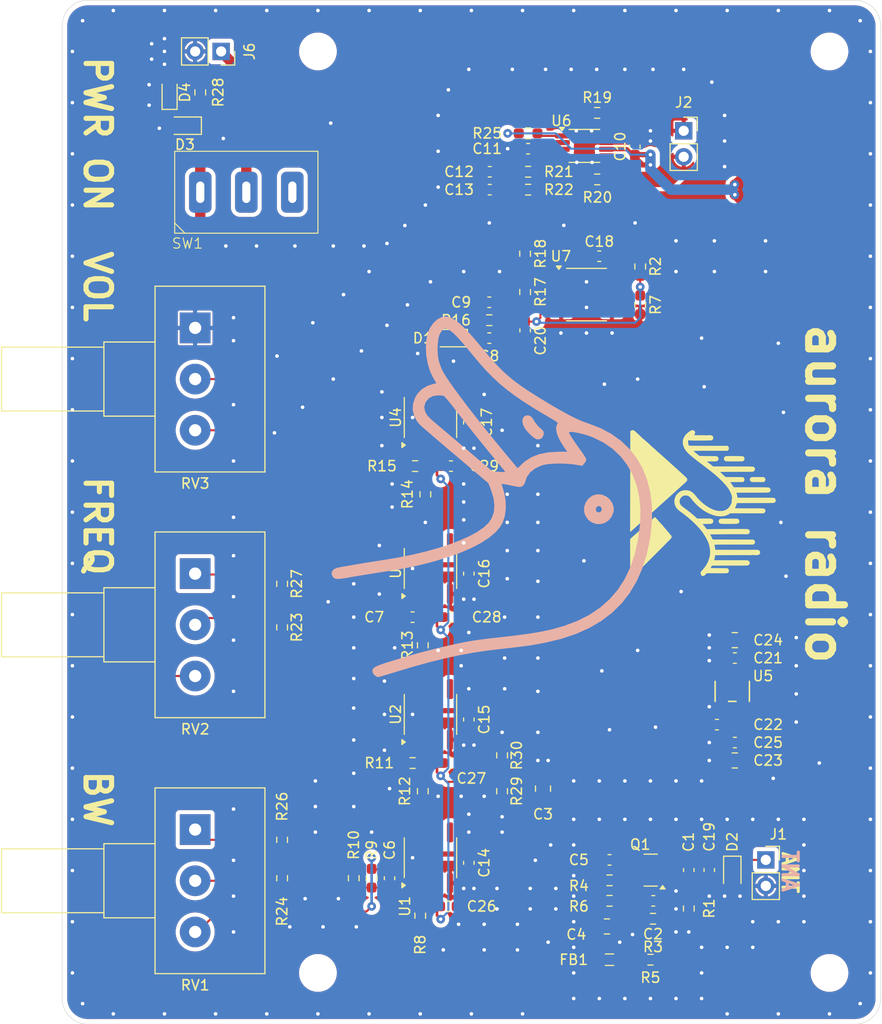
<source format=kicad_pcb>
(kicad_pcb (version 20240108) (generator "pcbnew") (generator_version "8.0")
  (layers (0 "F.Cu" signal) (31 "B.Cu" signal) (34 "B.Paste" user) (35 "F.Paste" user) (36 "B.SilkS" user "B.Silkscreen") (37 "F.SilkS" user "F.Silkscreen") (38 "B.Mask" user) (39 "F.Mask" user) (44 "Edge.Cuts" user))
  (net 0 "")
  (net 1 "/am_receiver_v2_rf/RF_IN")
  (net 2 "Net-(Q1-E)")
  (net 3 "GND")
  (net 4 "Net-(Q1-B)")
  (net 5 "3V3")
  (net 6 "Net-(C4-Pad1)")
  (net 7 "Net-(C5-Pad2)")
  (net 8 "/am_receiver_v2_rf/RF_OUT")
  (net 9 "Net-(U1--)")
  (net 10 "Net-(C6-Pad2)")
  (net 11 "Net-(U3--)")
  (net 12 "Net-(C7-Pad2)")
  (net 13 "/am_receiver_v2_bpf/DEMOD_OUT")
  (net 14 "Net-(C9-Pad2)")
  (net 15 "VCC")
  (net 16 "Net-(U6-BYPASS)")
  (net 17 "Net-(C12-Pad2)")
  (net 18 "Net-(C13-Pad1)")
  (net 19 "Net-(C13-Pad2)")
  (net 20 "/am_receiver_v2_bpf/Vcom2")
  (net 21 "Net-(U5-BYP{slash}ADJ)")
  (net 22 "/am_receiver_v2_bpf/BANDPASS_OUT")
  (net 23 "Net-(FB1-Pad1)")
  (net 24 "/am_receiver_v2_audio/SPK+")
  (net 25 "/am_receiver_v2_audio/SPK-")
  (net 26 "Net-(U2--)")
  (net 27 "Net-(R11-Pad2)")
  (net 28 "Net-(U4--)")
  (net 29 "Net-(U7A--)")
  (net 30 "/am_receiver_v2_audio/INPUT")
  (net 31 "Net-(U6-IN+)")
  (net 32 "Net-(U6-IN-)")
  (net 33 "Net-(R23-Pad1)")
  (net 34 "Net-(R24-Pad1)")
  (net 35 "Net-(U6-SHTDN)")
  (net 36 "Net-(R26-Pad1)")
  (net 37 "Net-(R27-Pad1)")
  (net 38 "/am_receiver_v2_bpf/Vcom")
  (net 39 "Net-(U7B--)")
  (net 40 "Net-(J6-Pin_1)")
  (net 42 "Net-(D4-A)")
  (footprint "Package_SO:SOIC-8_3.9x4.9mm_P1.27mm" (layer "F.Cu") (at 36 69.75 90)
    (property "Reference" "U2")
    (property "Value" "ADA4891-1ARZ")
  )
  (footprint "Resistor_SMD:R_0603_1608Metric_Pad0.98x0.95mm_HandSolder" (layer "F.Cu") (at 35.25 63 90)
    (property "Reference" "R13")
    (property "Value" "6k8")
  )
  (footprint "Connector_PinSocket_2.54mm:PinSocket_1x02_P2.54mm_Vertical" (layer "F.Cu") (at 68.775 83.96)
    (property "Reference" "J1")
    (property "Value" "ANT")
  )
  (footprint "Capacitor_SMD:C_0603_1608Metric_Pad1.08x0.95mm_HandSolder" (layer "F.Cu") (at 39.75 41.25 90)
    (property "Reference" "C17")
    (property "Value" "100n")
  )
  (footprint "Resistor_SMD:R_0603_1608Metric_Pad0.98x0.95mm_HandSolder" (layer "F.Cu") (at 53.5 87.96)
    (property "Reference" "R6")
    (property "Value" "10k")
  )
  (footprint "Resistor_SMD:R_0603_1608Metric_Pad0.98x0.95mm_HandSolder" (layer "F.Cu") (at 21.5 57 -90)
    (property "Reference" "R27")
    (property "Value" "DNP")
  )
  (footprint "Capacitor_SMD:C_0603_1608Metric_Pad1.08x0.95mm_HandSolder" (layer "F.Cu") (at 63.25 84.96 90)
    (property "Reference" "C19")
    (property "Value" "DNP")
  )
  (footprint "Resistor_SMD:R_0603_1608Metric_Pad0.98x0.95mm_HandSolder" (layer "F.Cu") (at 57.5 93.71 180)
    (property "Reference" "R5")
    (property "Value" "100R")
  )
  (footprint "Connector_PinSocket_2.54mm:PinSocket_1x02_P2.54mm_Vertical" (layer "F.Cu") (at 60.75 12.75)
    (property "Reference" "J2")
    (property "Value" "Conn_01x02")
  )
  (footprint "Connector_PinSocket_2.54mm:PinSocket_1x02_P2.54mm_Vertical" (layer "F.Cu") (at 15.54 5 -90)
    (property "Reference" "J6")
    (property "Value" "Conn_01x02")
  )
  (footprint "Capacitor_SMD:C_0603_1608Metric_Pad1.08x0.95mm_HandSolder" (layer "F.Cu") (at 34.25 60.25 180)
    (property "Reference" "C7")
    (property "Value" "100p")
  )
  (footprint "Library:MST_SWITCH_SPDT" (layer "F.Cu") (at 18 18.75)
    (property "Reference" "SW1")
    (property "Value" "MST_SWITCH_SPDT")
  )
  (footprint "Resistor_SMD:R_0603_1608Metric_Pad0.98x0.95mm_HandSolder" (layer "F.Cu") (at 35 89.4125 90)
    (property "Reference" "R8")
    (property "Value" "10k")
  )
  (footprint "Capacitor_SMD:C_0603_1608Metric_Pad1.08x0.95mm_HandSolder" (layer "F.Cu") (at 41.75 33 180)
    (property "Reference" "C8")
    (property "Value" "1u")
  )
  (footprint "Capacitor_SMD:C_0805_2012Metric_Pad1.18x1.45mm_HandSolder" (layer "F.Cu") (at 47 77 90)
    (property "Reference" "C3")
    (property "Value" "10u")
  )
  (footprint "Diode_SMD:D_SOD-323F" (layer "F.Cu") (at 12 12.25 180)
    (property "Reference" "D3")
    (property "Value" "PESD5V0")
  )
  (footprint "Capacitor_SMD:C_0603_1608Metric_Pad1.08x0.95mm_HandSolder" (layer "F.Cu") (at 57.775 87.960001)
    (property "Reference" "C2")
    (property "Value" "100n")
  )
  (footprint "Resistor_SMD:R_0603_1608Metric_Pad0.98x0.95mm_HandSolder" (layer "F.Cu") (at 43 73.75 -90)
    (property "Reference" "R30")
    (property "Value" "10k")
  )
  (footprint "LED_SMD:LED_0603_1608Metric_Pad1.05x0.95mm_HandSolder" (layer "F.Cu") (at 10.5 9 90)
    (property "Reference" "D4")
    (property "Value" "RED LED")
  )
  (footprint "MountingHole:MountingHole_3.2mm_M3_DIN965" (layer "F.Cu") (at 75 95)
    (property "Reference" "H2" (hide yes))
    (property "Value" "MountingHole")
  )
  (footprint "Capacitor_SMD:C_0603_1608Metric_Pad1.08x0.95mm_HandSolder" (layer "F.Cu") (at 38 74.5 180)
    (property "Reference" "C27")
    (property "Value" "100n")
  )
  (footprint "Capacitor_SMD:C_0805_2012Metric_Pad1.18x1.45mm_HandSolder" (layer "F.Cu") (at 65.75 62.5 180)
    (property "Reference" "C24")
    (property "Value" "10u")
  )
  (footprint "MountingHole:MountingHole_3.2mm_M3_DIN965" (layer "F.Cu") (at 25 95)
    (property "Reference" "H4" (hide yes))
    (property "Value" "MountingHole")
  )
  (footprint "Resistor_SMD:R_0603_1608Metric_Pad0.98x0.95mm_HandSolder" (layer "F.Cu") (at 13.5 9 90)
    (property "Reference" "R28")
    (property "Value" "1k")
  )
  (footprint "Capacitor_SMD:C_0603_1608Metric_Pad1.08x0.95mm_HandSolder" (layer "F.Cu") (at 32 85.75 90)
    (property "Reference" "C6")
    (property "Value" "100p")
  )
  (footprint "Package_SO:HVSSOP-8-1EP_3x3mm_P0.65mm_EP1.57x1.89mm" (layer "F.Cu") (at 51.045 14.225)
    (property "Reference" "U6")
    (property "Value" "TPA6205A")
  )
  (footprint "Potentiometer_THT:Potentiometer_Alps_RK163_Single_Horizontal" (layer "F.Cu") (at 13 32)
    (property "Reference" "RV3")
    (property "Value" "10k")
  )
  (footprint "Capacitor_SMD:C_0603_1608Metric_Pad1.08x0.95mm_HandSolder" (layer "F.Cu") (at 41.795 18.5)
    (property "Reference" "C13")
    (property "Value" "220n")
  )
  (footprint "Capacitor_SMD:C_0603_1608Metric_Pad1.08x0.95mm_HandSolder" (layer "F.Cu") (at 64 70.75 180)
    (property "Reference" "C22")
    (property "Value" "100p")
  )
  (footprint "Capacitor_SMD:C_0603_1608Metric_Pad1.08x0.95mm_HandSolder" (layer "F.Cu") (at 39.75 70.25 90)
    (property "Reference" "C15")
    (property "Value" "100n")
  )
  (footprint "Package_SO:SOIC-8_3.9x4.9mm_P1.27mm" (layer "F.Cu") (at 36 40.75 90)
    (property "Reference" "U4")
    (property "Value" "ADA4891-1ARZ")
  )
  (footprint "Package_SO:SOIC-8_3.9x4.9mm_P1.27mm" (layer "F.Cu") (at 36 55.5 90)
    (property "Reference" "U3")
    (property "Value" "ADA4891-1ARZ")
  )
  (footprint "Diode_SMD:D_SOD-323F" (layer "F.Cu") (at 65.5 85.21 -90)
    (property "Reference" "D2")
    (property "Value" "PESD5V0")
  )
  (footprint "Capacitor_SMD:C_0603_1608Metric_Pad1.08x0.95mm_HandSolder" (layer "F.Cu") (at 52.5 25)
    (property "Reference" "C18")
    (property "Value" "100n")
  )
  (footprint "Inductor_SMD:L_0805_2012Metric_Pad1.05x1.20mm_HandSolder" (layer "F.Cu") (at 53.5 93.71 180)
    (property "Reference" "FB1")
    (property "Value" "600R @ 100MHz")
  )
  (footprint "Resistor_SMD:R_0603_1608Metric_Pad0.98x0.95mm_HandSolder" (layer "F.Cu") (at 52.295 17.5)
    (property "Reference" "R20")
    (property "Value" "10k")
  )
  (footprint "Resistor_SMD:R_0603_1608Metric_Pad0.98x0.95mm_HandSolder" (layer "F.Cu") (at 56.5 26 90)
    (property "Reference" "R2")
    (property "Value" "10k")
  )
  (footprint "MountingHole:MountingHole_3.2mm_M3_DIN965" (layer "F.Cu") (at 75 5)
    (property "Reference" "H1" (hide yes))
    (property "Value" "MountingHole")
  )
  (footprint "Potentiometer_THT:Potentiometer_Alps_RK163_Single_Horizontal" (layer "F.Cu") (at 13 56)
    (property "Reference" "RV2")
    (property "Value" "10k")
  )
  (footprint "Resistor_SMD:R_0603_1608Metric_Pad0.98x0.95mm_HandSolder" (layer "F.Cu") (at 45.25 28.5 90)
    (property "Reference" "R17")
    (property "Value" "10k")
  )
  (footprint "Resistor_SMD:R_0603_1608Metric_Pad0.98x0.95mm_HandSolder" (layer "F.Cu") (at 45.545 16.75)
    (property "Reference" "R21")
    (property "Value" "10k")
  )
  (footprint "Capacitor_SMD:C_0603_1608Metric_Pad1.08x0.95mm_HandSolder" (layer "F.Cu") (at 41.75 29.5)
    (property "Reference" "C9")
    (property "Value" "1u")
  )
  (footprint "Resistor_SMD:R_0603_1608Metric_Pad0.98x0.95mm_HandSolder" (layer "F.Cu") (at 30.25 85.75 90)
    (property "Reference" "R9")
    (property "Value" "DNP")
  )
  (footprint "Resistor_SMD:R_0603_1608Metric_Pad0.98x0.95mm_HandSolder" (layer "F.Cu") (at 35.5 48.25 90)
    (property "Reference" "R14")
    (property "Value" "10k")
  )
  (footprint "Resistor_SMD:R_0603_1608Metric_Pad0.98x0.95mm_HandSolder" (layer "F.Cu") (at 34.25 74.5 180)
    (property "Reference" "R11")
    (property "Value" "10k")
  )
  (footprint "Resistor_SMD:R_0603_1608Metric_Pad0.98x0.95mm_HandSolder" (layer "F.Cu") (at 56.5 29.75 90)
    (property "Reference" "R7")
    (property "Value" "10k")
  )
  (footprint "Resistor_SMD:R_0603_1608Metric_Pad0.98x0.95mm_HandSolder" (layer "F.Cu") (at 43 77.25 -90)
    (property "Reference" "R29")
    (property "Value" "10k")
  )
  (footprint "Capacitor_SMD:C_0603_1608Metric_Pad1.08x0.95mm_HandSolder" (layer "F.Cu") (at 45.545 14.5)
    (property "Reference" "C11")
    (property "Value" "220n")
  )
  (footprint "Resistor_SMD:R_0603_1608Metric_Pad0.98x0.95mm_HandSolder" (layer "F.Cu") (at 21.5 85.75 -90)
    (property "Reference" "R24")
    (property "Value" "100k")
  )
  (footprint "Capacitor_SMD:C_0603_1608Metric_Pad1.08x0.95mm_HandSolder" (layer "F.Cu") (at 65.75 64.25 180)
    (property "Reference" "C21")
    (property "Value" "1u")
  )
  (footprint "Capacitor_SMD:C_0603_1608Metric_Pad1.08x0.95mm_HandSolder" (layer "F.Cu") (at 61.25 84.96 -90)
    (property "Reference" "C1")
    (property "Value" "100n")
  )
  (footprint "Potentiometer_THT:Potentiometer_Alps_RK163_Single_Horizontal" (layer "F.Cu") (at 13 81)
    (property "Reference" "RV1")
    (property "Value" "100k")
  )
  (footprint "Capacitor_SMD:C_0603_1608Metric_Pad1.08x0.95mm_HandSolder" (layer "F.Cu") (at 37.75 88.5 180)
    (property "Reference" "C26")
    (property "Value" "100n")
  )
  (footprint "Resistor_SMD:R_0603_1608Metric_Pad0.98x0.95mm_HandSolder" (layer "F.Cu") (at 35.25 77.25 90)
    (property "Reference" "R12")
    (property "Value" "10k")
  )
  (footprint "Resistor_SMD:R_0603_1608Metric_Pad0.98x0.95mm_HandSolder" (layer "F.Cu") (at 52.295 11)
    (property "Reference" "R19")
    (property "Value" "10k")
  )
  (footprint "Capacitor_SMD:C_0805_2012Metric_Pad1.18x1.45mm_HandSolder" (layer "F.Cu") (at 53.25 90.46)
    (property "Reference" "C4")
    (property "Value" "10u")
  )
  (footprint "Capacitor_SMD:C_0603_1608Metric_Pad1.08x0.95mm_HandSolder" (layer "F.Cu") (at 39.75 84.25 90)
    (property "Reference" "C14")
    (property "Value" "100n")
  )
  (footprint "Capacitor_SMD:C_0603_1608Metric_Pad1.08x0.95mm_HandSolder" (layer "F.Cu") (at 65.75 72.5 180)
    (property "Reference" "C25")
    (property "Value" "1u")
  )
  (footprint "Capacitor_SMD:C_0603_1608Metric_Pad1.08x0.95mm_HandSolder" (layer "F.Cu") (at 38 45.5 180)
    (property "Reference" "C29")
    (property "Value" "100n")
  )
  (footprint "Resistor_SMD:R_0603_1608Metric_Pad0.98x0.95mm_HandSolder" (layer "F.Cu") (at 57.75 89.71)
    (property "Reference" "R3")
    (property "Value" "10k")
  )
  (footprint "Library:aurora2_icon" (layer "F.Cu") (at 62.502044 49.5 -90)
    (property "Reference" "G***" (hide yes))
    (property "Value" "LOGO" (hide yes))
  )
  (footprint "Capacitor_SMD:C_0603_1608Metric_Pad1.08x0.95mm_HandSolder" (layer "F.Cu") (at 55.975 14.29 90)
    (property "Reference" "C10")
    (property "Value" "1u")
  )
  (footprint "Resistor_SMD:R_0603_1608Metric_Pad0.98x0.95mm_HandSolder" (layer "F.Cu") (at 61.25 88.71 -90)
    (property "Reference" "R1")
    (property "Value" "1k")
  )
  (footprint "Package_SO:SOIC-8_3.9x4.9mm_P1.27mm" (layer "F.Cu") (at 51.25 28.75)
    (property "Reference" "U7")
    (property "Value" "MCP602")
  )
  (footprint "Resistor_SMD:R_0603_1608Metric_Pad0.98x0.95mm_HandSolder" (layer "F.Cu") (at 53.5 85.96)
    (property "Reference" "R4")
    (property "Value" "1k")
  )
  (footprint "Resistor_SMD:R_0603_1608Metric_Pad0.98x0.95mm_HandSolder" (layer "F.Cu") (at 34.5 45.5 180)
    (property "Reference" "R15")
    (property "Value" "10k")
  )
  (footprint "MountingHole:MountingHole_3.2mm_M3_DIN965" (layer "F.Cu") (at 25 5)
    (property "Reference" "H3" (hide yes))
    (property "Value" "MountingHole")
  )
  (footprint "Capacitor_SMD:C_0603_1608Metric_Pad1.08x0.95mm_HandSolder" (layer "F.Cu") (at 45.25 32.25 90)
    (property "Reference" "C20")
    (property "Value" "100n")
  )
  (footprint "Resistor_SMD:R_0603_1608Metric_Pad0.98x0.95mm_HandSolder" (layer "F.Cu") (at 45.545 18.5)
    (property "Reference" "R22")
    (property "Value" "10k")
  )
  (footprint "Resistor_SMD:R_0603_1608Metric_Pad0.98x0.95mm_HandSolder" (layer "F.Cu") (at 41.75 31.25 180)
    (property "Reference" "R16")
    (property "Value" "10k")
  )
  (footprint "Resistor_SMD:R_0603_1608Metric_Pad0.98x0.95mm_HandSolder" (layer "F.Cu") (at 21.5 82 -90)
    (property "Reference" "R26")
    (property "Value" "DNP")
  )
  (footprint "Capacitor_SMD:C_0603_1608Metric_Pad1.08x0.95mm_HandSolder" (layer "F.Cu") (at 38 60.25 180)
    (property "Reference" "C28")
    (property "Value" "100n")
  )
  (footprint "Capacitor_SMD:C_0603_1608Metric_Pad1.08x0.95mm_HandSolder" (layer "F.Cu") (at 39.75 56 90)
    (property "Reference" "C16")
    (property "Value" "100n")
  )
  (footprint "Resistor_SMD:R_0603_1608Metric_Pad0.98x0.95mm_HandSolder" (layer "F.Cu") (at 28.5 85.75 90)
    (property "Reference" "R10")
    (property "Value" "DNP")
  )
  (footprint "Library:SOT-23-5_AP2202_DIO" (layer "F.Cu") (at 65.5 67.5 -90)
    (property "Reference" "U5")
    (property "Value" "AP2202K-3.3TRG1")
  )
  (footprint "Resistor_SMD:R_0603_1608Metric_Pad0.98x0.95mm_HandSolder" (layer "F.Cu") (at 45.545 13)
    (property "Reference" "R25")
    (property "Value" "10k")
  )
  (footprint "Capacitor_SMD:C_0603_1608Metric_Pad1.08x0.95mm_HandSolder" (layer "F.Cu") (at 53.5 83.96 180)
    (property "Reference" "C5")
    (property "Value" "1n")
  )
  (footprint "Capacitor_SMD:C_0603_1608Metric_Pad1.08x0.95mm_HandSolder" (layer "F.Cu") (at 41.795 16.75)
    (property "Reference" "C12")
    (property "Value" "220n")
  )
  (footprint "Diode_SMD:D_SOD-323F" (layer "F.Cu") (at 38 33 180)
    (property "Reference" "D1")
    (property "Value" "BAT54J")
  )
  (footprint "Package_TO_SOT_SMD:SOT-23" (layer "F.Cu") (at 57.525 84.96 180)
    (property "Reference" "Q1")
    (property "Value" "BC846")
  )
  (footprint "Capacitor_SMD:C_0805_2012Metric_Pad1.18x1.45mm_HandSolder" (layer "F.Cu") (at 65.75 74.25 180)
    (property "Reference" "C23")
    (property "Value" "10u")
  )
  (footprint "Resistor_SMD:R_0603_1608Metric_Pad0.98x0.95mm_HandSolder" (layer "F.Cu") (at 45.25 24.75 90)
    (property "Reference" "R18")
    (property "Value" "100k")
  )
  (footprint "Resistor_SMD:R_0603_1608Metric_Pad0.98x0.95mm_HandSolder" (layer "F.Cu") (at 21.5 61.25 -90)
    (property "Reference" "R23")
    (property "Value" "2k")
  )
  (footprint "Package_SO:SOIC-8_3.9x4.9mm_P1.27mm" (layer "F.Cu") (at 36 83.75 90)
    (property "Reference" "U1")
    (property "Value" "ADA4891-1ARZ")
  )
  (footprint "Library:duck_icon_42mm" (layer "B.Cu") (at 42 48.75 90)
    (property "Reference" "G***" (hide yes))
    (property "Value" "LOGO" (hide yes))
  )
  (gr_line (start 0 2.5) (end 0 97.5) (stroke (width 0.05)) (layer "Edge.Cuts"))
  (gr_line (start 77.5 0) (end 2.5 0) (stroke (width 0.05)) (layer "Edge.Cuts"))
  (gr_arc (start 77.5 0) (mid 79.267767 0.732233) (end 80 2.5) (stroke (width 0.05)) (layer "Edge.Cuts"))
  (gr_arc (start 80 97.5) (mid 79.267767 99.267767) (end 77.5 100) (stroke (width 0.05)) (layer "Edge.Cuts"))
  (gr_line (start 2.5 100) (end 77.5 100) (stroke (width 0.05)) (layer "Edge.Cuts"))
  (gr_arc (start 2.5 100) (mid 0.732233 99.267767) (end 0 97.5) (stroke (width 0.05)) (layer "Edge.Cuts"))
  (gr_line (start 80 97.5) (end 80 2.5) (stroke (width 0.05)) (layer "Edge.Cuts"))
  (gr_arc (start 0 2.5) (mid 0.732233 0.732233) (end 2.5 0) (stroke (width 0.05)) (layer "Edge.Cuts"))
  (gr_text "ANT" (at 70.25 87.25 -90) (layer "B.SilkS") (effects (font (size 1.5 1.5) (thickness 0.3) (bold yes)) (justify left bottom mirror)))
  (gr_text "PWR ON" (at 2 5.25 270) (layer "F.SilkS") (effects (font (size 2.5 2.5) (thickness 0.5) (bold yes)) (justify left bottom)))
  (gr_text "FREQ" (at 2 46.25 -90) (layer "F.SilkS") (effects (font (size 2.5 2.5) (thickness 0.5) (bold yes)) (justify left bottom)))
  (gr_text "VOL" (at 2 24.25 -90) (layer "F.SilkS") (effects (font (size 2.5 2.5) (thickness 0.5) (bold yes)) (justify left bottom)))
  (gr_text "ANT" (at 70.25 83 -90) (layer "F.SilkS") (effects (font (size 1.5 1.5) (thickness 0.3) (bold yes)) (justify left bottom)))
  (gr_text "BW" (at 2 75 270) (layer "F.SilkS") (effects (font (size 2.5 2.5) (thickness 0.5) (bold yes)) (justify left bottom)))
  (gr_text "aurora radio" (at 72.5 31.25 270) (layer "F.SilkS") (effects (font (size 3.5 3.5) (thickness 0.7) (bold yes)) (justify left bottom)))
  (segment (start 68.775 83.96) (end 61.387499 83.96) (width 0.2032) (layer "F.Cu") (net 1))
  (segment (start 61.387499 83.96) (end 61.25 84.097499) (width 0.254) (layer "F.Cu") (net 1))
  (segment (start 59.51 84.01) (end 58.4625 84.01) (width 0.2032) (layer "F.Cu") (net 2))
  (segment (start 61.25 85.822501) (end 61.25 87.7975) (width 0.2032) (layer "F.Cu") (net 2))
  (segment (start 61.25 85.822501) (end 60.572501 85.822501) (width 0.2032) (layer "F.Cu") (net 2))
  (segment (start 60 84.5) (end 59.51 84.01) (width 0.2032) (layer "F.Cu") (net 2))
  (segment (start 60 85.25) (end 60 84.5) (width 0.2032) (layer "F.Cu") (net 2))
  (segment (start 60.572501 85.822501) (end 60 85.25) (width 0.2032) (layer "F.Cu") (net 2))
  (segment (start 53.195 13.9) (end 51.37 13.9) (width 0.4064) (layer "F.Cu") (net 3))
  (segment (start 65.5 64.862501) (end 64.887499 64.25) (width 0.508) (layer "F.Cu") (net 3))
  (segment (start 65.5 66.14745) (end 65.5 64.862501) (width 0.508) (layer "F.Cu") (net 3))
  (segment (start 55.8625 13.365) (end 55.975 13.2525) (width 0.508) (layer "F.Cu") (net 3))
  (segment (start 43.545 14.5) (end 44.682499 14.5) (width 0.508) (layer "F.Cu") (net 3))
  (segment (start 53.195 13.9) (end 55.3275 13.9) (width 0.4064) (layer "F.Cu") (net 3))
  (segment (start 51.37 13.9) (end 51.045 14.225) (width 0.254) (layer "F.Cu") (net 3))
  (segment (start 55.3275 13.9) (end 55.975 13.2525) (width 0.4064) (layer "F.Cu") (net 3))
  (via (at 61.25 91) (size 0.85) (drill 0.35) (layers "F.Cu" "B.Cu") (net 3))
  (via (at 32.25 47.25) (size 0.85) (drill 0.35) (layers "F.Cu" "B.Cu") (net 3))
  (via (at 20 1) (size 0.85) (drill 0.35) (layers "F.Cu" "B.Cu") (net 3))
  (via (at 48.75 32.5) (size 0.85) (drill 0.35) (layers "F.Cu" "B.Cu") (net 3))
  (via (at 70 80) (size 0.85) (drill 0.35) (layers "F.Cu" "B.Cu") (net 3))
  (via (at 66.25 87.5) (size 0.85) (drill 0.35) (layers "F.Cu" "B.Cu") (net 3))
  (via (at 36 27.5) (size 0.85) (drill 0.35) (layers "F.Cu" "B.Cu") (net 3))
  (via (at 43.25 67.25) (size 0.85) (drill 0.35) (layers "F.Cu" "B.Cu") (net 3))
  (via (at 1 75) (size 0.85) (drill 0.35) (layers "F.Cu" "B.Cu") (net 3))
  (via (at 65 92.5) (size 0.85) (drill 0.35) (layers "F.Cu" "B.Cu") (net 3))
  (via (at 57.5 76.25) (size 0.85) (drill 0.35) (layers "F.Cu" "B.Cu") (net 3))
  (via (at 60 87) (size 0.85) (drill 0.35) (layers "F.Cu" "B.Cu") (net 3))
  (via (at 68.75 23.5) (size 0.85) (drill 0.35) (layers "F.Cu" "B.Cu") (net 3))
  (via (at 48.25 86.75) (size 0.85) (drill 0.35) (layers "F.Cu" "B.Cu") (net 3))
  (via (at 39 65) (size 0.85) (drill 0.35) (layers "F.Cu" "B.Cu") (net 3))
  (via (at 72.5 82.5) (size 0.85) (drill 0.35) (layers "F.Cu" "B.Cu") (net 3))
  (via (at 41.25 77.75) (size 0.85) (drill 0.35) (layers "F.Cu" "B.Cu") (net 3))
  (via (at 33.5 22) (size 0.85) (drill 0.35) (layers "F.Cu" "B.Cu") (net 3))
  (via (at 79 5) (size 0.85) (drill 0.35) (layers "F.Cu" "B.Cu") (net 3))
  (via (at 43 79.75) (size 0.85) (drill 0.35) (layers "F.Cu" "B.Cu") (net 3))
  (via (at 46.25 84) (size 0.85) (drill 0.35) (layers "F.Cu" "B.Cu") (net 3))
  (via (at 5 1) (size 0.85) (drill 0.35) (layers "F.Cu" "B.Cu") (net 3))
  (via (at 10 1) (size 0.85) (drill 0.35) (layers "F.Cu" "B.Cu") (net 3))
  (via (at 42.5 86.75) (size 0.85) (drill 0.35) (layers "F.Cu" "B.Cu") (net 3))
  (via (at 24.75 78.75) (size 0.85) (drill 0.35) (layers "F.Cu" "B.Cu") (net 3))
  (via (at 60.75 6.75) (size 0.85) (drill 0.35) (layers "F.Cu" "B.Cu") (net 3))
  (via (at 70 33.5) (size 0.85) (drill 0.35) (layers "F.Cu" "B.Cu") (net 3))
  (via (at 50 1) (size 0.85) (drill 0.35) (layers "F.Cu" "B.Cu") (net 3))
  (via (at 39 77.75) (size 0.85) (drill 0.35) (layers "F.Cu" "B.Cu") (net 3))
  (via (at 28.5 66.25) (size 0.85) (drill 0.35) (layers "F.Cu" "B.Cu") (net 3))
  (via (at 26 58.75) (size 0.85) (drill 0.35) (layers "F.Cu" "B.Cu") (net 3))
  (via (at 57.5 80) (size 0.85) (drill 0.35) (layers "F.Cu" "B.Cu") (net 3))
  (via (at 43.25 64.25) (size 0.85) (drill 0.35) (layers "F.Cu" "B.Cu") (net 3))
  (via (at 1 15) (size 0.85) (drill 0.35) (layers "F.Cu" "B.Cu") (net 3))
  (via (at 42.5 88.75) (size 0.85) (drill 0.35) (layers "F.Cu" "B.Cu") (net 3))
  (via (at 9.5 12.5) (size 0.85) (drill 0.35) (layers "F.Cu" "B.Cu") (net 3))
  (via (at 42.75 26.5) (size 0.85) (drill 0.35) (layers "F.Cu" "B.Cu") (net 3))
  (via (at 39.25 47.25) (size 0.85) (drill 0.35) (layers "F.Cu" "B.Cu") (net 3))
  (via (at 51.25 27.5) (size 0.85) (drill 0.35) (layers "F.Cu" "B.Cu") (net 3))
  (via (at 79 50) (size 0.85) (drill 0.35) (layers "F.Cu" "B.Cu") (net 3))
  (via (at 20 99) (size 0.85) (drill 0.35) (layers "F.Cu" "B.Cu") (net 3))
  (via (at 47.5 92) (size 0.85) (drill 0.35) (layers "F.Cu" "B.Cu") (net 3))
  (via (at 50 92.5) (size 0.85) (drill 0.35) (layers "F.Cu" "B.Cu") (net 3))
  (via (at 40 1) (size 0.85) (drill 0.35) (layers "F.Cu" "B.Cu") (net 3))
  (via (at 46.5 64.25) (size 0.85) (drill 0.35) (layers "F.Cu" "B.Cu") (net 3))
  (via (at 63.5 8) (size 0.85) (drill 0.35) (layers "F.Cu" "B.Cu") (net 3))
  (via (at 31.5 66.5) (size 0.85) (drill 0.35) (layers "F.Cu" "B.Cu") (net 3))
  (via (at 43.545 14.5) (size 0.85) (drill 0.35) (layers "F.Cu" "B.Cu") (net 3))
  (via (at 52.75 65.5) (size 0.85) (drill 0.35) (layers "F.Cu" "B.Cu") (net 3))
  (via (at 23.5 39.75) (size 0.85) (drill 0.35) (layers "F.Cu" "B.Cu") (net 3))
  (via (at 72.5 87.5) (size 0.85) (drill 0.35) (layers "F.Cu" "B.Cu") (net 3))
  (via (at 60 26.5) (size 0.85) (drill 0.35) (layers "F.Cu" "B.Cu") (net 3))
  (via (at 35.5 20) (size 0.85) (drill 0.35) (layers "F.Cu" "B.Cu") (net 3))
  (via (at 16.75 67.5) (size 0.85) (drill 0.35) (layers "F.Cu" "B.Cu") (net 3))
  (via (at 34.25 40.75) (size 0.85) (drill 0.35) (layers "F.Cu" "B.Cu") (net 3))
  (via (at 60.5 57.75) (size 0.85) (drill 0.35) (layers "F.Cu" "B.Cu") (net 3))
  (via (at 41.75 21.75) (size 0.85) (drill 0.35) (layers "F.Cu" "B.Cu") (net 3))
  (via (at 71.75 62.25) (size 0.85) (drill 0.35) (layers "F.Cu" "B.Cu") (net 3))
  (via (at 5 99) (size 0.85) (drill 0.35) (layers "F.Cu" "B.Cu") (net 3))
  (via (at 16.75 58.25) (size 0.85) (drill 0.35) (layers "F.Cu" "B.Cu") (net 3))
  (via (at 74 74.5) (size 0.85) (drill 0.35) (layers "F.Cu" "B.Cu") (net 3))
  (via (at 51.25 32.5) (size 0.85) (drill 0.35) (layers "F.Cu" "B.Cu") (net 3))
  (via (at 56.25 37) (size 0.85) (drill 0.35) (layers "F.Cu" "B.Cu") (net 3))
  (via (at 50 90) (size 0.85) (drill 0.35) (layers "F.Cu" "B.Cu") (net 3))
  (via (at 60 88.75) (size 0.85) (drill 0.35) (layers "F.Cu" "B.Cu") (net 3))
  (via (at 1 5) (size 0.85) (drill 0.35) (layers "F.Cu" "B.Cu") (net 3))
  (via (at 28.75 90.5) (size 0.85) (drill 0.35) (layers "F.Cu" "B.Cu") (net 3))
  (via (at 39.75 81.25) (size 0.85) (drill 0.35) (layers "F.Cu" "B.Cu") (net 3))
  (via (at 55 97.5) (size 0.85) (drill 0.35) (layers "F.Cu" "B.Cu") (net 3))
  (via (at 40.25 43.75) (size 0.85) (drill 0.35) (layers "F.Cu" "B.Cu") (net 3))
  (via (at 55 6.75) (size 0.85) (drill 0.35) (layers "F.Cu" "B.Cu") (net 3))
  (via (at 50 80) (size 0.85) (drill 0.35) (layers "F.Cu" "B.Cu") (net 3))
  (via (at 62.5 92.5) (size 0.85) (drill 0.35) (layers "F.Cu" "B.Cu") (net 3))
  (via (at 54.5 92) (size 0.85) (drill 0.35) (layers "F.Cu" "B.Cu") (net 3))
  (via (at 1 60) (size 0.85) (drill 0.35) (layers "F.Cu" "B.Cu") (net 3))
  (via (at 64.75 11.25) (size 0.85) (drill 0.35) (layers "F.Cu" "B.Cu") (net 3))
  (via (at 41.25 92.75) (size 0.85) (drill 0.35) (layers "F.Cu" "B.Cu") (net 3))
  (via (at 8.75 5.75) (size 0.85) (drill 0.35) (layers "F.Cu" "B.Cu") (net 3))
  (via (at 60 91) (size 0.85) (drill 0.35) (layers "F.Cu" "B.Cu") (net 3))
  (via (at 63.25 72.5) (size 0.85) (drill 0.35) (layers "F.Cu" "B.Cu") (net 3))
  (via (at 69.5 76) (size 0.85) (drill 0.35) (layers "F.Cu" "B.Cu") (net 3))
  (via (at 16.75 54.25) (size 0.85) (drill 0.35) (layers "F.Cu" "B.Cu") (net 3))
  (via (at 39.75 79.5) (size 0.85) (drill 0.35) (layers "F.Cu" "B.Cu") (net 3))
  (via (at 1 10) (size 0.85) (drill 0.35) (layers "F.Cu" "B.Cu") (net 3))
  (via (at 16.75 45) (size 0.85) (drill 0.35) (layers "F.Cu" "B.Cu") (net 3))
  (via (at 31.5 73.25) (size 0.85) (drill 0.35) (layers "F.Cu" "B.Cu") (net 3))
  (via (at 55 80) (size 0.85) (drill 0.35) (layers "F.Cu" "B.Cu") (net 3))
  (via (at 40 99) (size 0.85) (drill 0.35) (layers "F.Cu" "B.Cu") (net 3))
  (via (at 70.5 40.25) (size 0.85) (drill 0.35) (layers "F.Cu" "B.Cu") (net 3))
  (via (at 39.25 58.5) (size 0.85) (drill 0.35) (layers "F.Cu" "B.Cu") (net 3))
  (via (at 43.5 51) (size 0.85) (drill 0.35) (layers "F.Cu" "B.Cu") (net 3))
  (via (at 27.5 28.75) (size 0.85) (drill 0.35) (layers "F.Cu" "B.Cu") (net 3))
  (via (at 70 1) (size 0.85) (drill 0.35) (layers "F.Cu" "B.Cu") (net 3))
  (via (at 26.5 37) (size 0.85) (drill 0.35) (layers "F.Cu" "B.Cu") (net 3))
  (via (at 39.75 67.25) (size 0.85) (drill 0.35) (layers "F.Cu" "B.Cu") (net 3))
  (via (at 28.5 78.75) (size 0.85) (drill 0.35) (layers "F.Cu" "B.Cu") (net 3))
  (via (at 26.5 24) (size 0.85) (drill 0.35) (layers "F.Cu" "B.Cu") (net 3))
  (via (at 1 55) (size 0.85) (drill 0.35) (layers "F.Cu" "B.Cu") (net 3))
  (via (at 52.25 6.75) (size 0.85) (drill 0.35) (layers "F.Cu" "B.Cu") (net 3))
  (via (at 19 24) (size 0.85) (drill 0.35) (layers "F.Cu" "B.Cu") (net 3))
  (via (at 75 1) (size 0.85) (drill 0.35) (layers "F.Cu" "B.Cu") (net 3))
  (via (at 1 95) (size 0.85) (drill 0.35) (layers "F.Cu" "B.Cu") (net 3))
  (via (at 51.795 15.835) (size 0.85) (drill 0.35) (layers "F.Cu" "B.Cu") (net 3))
  (via (at 31.75 23.75) (size 0.85) (drill 0.35) (layers "F.Cu" "B.Cu") (net 3))
  (via (at 24.75 76.25) (size 0.85) (drill 0.35) (layers "F.Cu" "B.Cu") (net 3))
  (via (at 23.75 87.75) (size 0.85) (drill 0.35) (layers "F.Cu" "B.Cu") (net 3))
  (via (at 65 99) (size 0.85) (drill 0.35) (layers "F.Cu" "B.Cu") (net 3))
  (via (at 43.25 60.25) (size 0.85) (drill 0.35) (layers "F.Cu" "B.Cu") (net 3))
  (via (at 34.25 83.75) (size 0.85) (drill 0.35) (layers "F.Cu" "B.Cu") (net 3))
  (via (at 46.5 53.75) (size 0.85) (drill 0.35) (layers "F.Cu" "B.Cu") (net 3))
  (via (at 29.5 24) (size 0.85) (drill 0.35) (layers "F.Cu" "B.Cu") (net 3))
  (via (at 79 80) (size 0.85) (drill 0.35) (layers "F.Cu" "B.Cu") (net 3))
  (via (at 60 23.5) (size 0.85) (drill 0.35) (layers "F.Cu" "B.Cu") (net 3))
  (via (at 31 58) (size 0.85) (drill 0.35) (layers "F.Cu" "B.Cu") (net 3))
  (via (at 40.25 58.5) (size 0.85) (drill 0.35) (layers "F.Cu" "B.Cu") (net 3))
  (via (at 63.25 69) (size 0.85) (drill 0.35) (layers "F.Cu" "B.Cu") (net 3))
  (via (at 60 80) (size 0.85) (drill 0.35) (layers "F.Cu" "B.Cu") (net 3))
  (via (at 28.5 57) (size 0.85) (drill 0.35) (layers "F.Cu" "B.Cu") (net 3))
  (via (at 46.5 56.75) (size 0.85) (drill 0.35) (layers "F.Cu" "B.Cu") (net 3))
  (via (at 63.25 62) (size 0.85) (drill 0.35) (layers "F.Cu" "B.Cu") (net 3))
  (via (at 64.75 13.75) (size 0.85) (drill 0.35) (layers "F.Cu" "B.Cu") (net 3))
  (via (at 38.75 90.25) (size 0.85) (drill 0.35) (layers "F.Cu" "B.Cu") (net 3))
  (via (at 16.75 39.5) (size 0.85) (drill 0.35) (layers "F.Cu" "B.Cu") (net 3))
  (via (at 30 26.5) (size 0.85) (drill 0.35) (layers "F.Cu" "B.Cu") (net 3))
  (via (at 43.5 53.75) (size 0.85) (drill 0.35) (layers "F.Cu" "B.Cu") (net 3))
  (via (at 57.5 13.75) (size 0.85) (drill 0.35) (layers "F.Cu" "B.Cu") (net 3))
  (via (at 47.5 74.25) (size 0.85) (drill 0.35) (layers "F.Cu" "B.Cu") (net 3))
  (via (at 36.75 11.25) (size 0.85) (drill 0.35) (layers "F.Cu" "B.Cu") (net 3))
  (via (at 31.5 69.75) (size 0.85) (drill 0.35) (layers "F.Cu" "B.Cu") (net 3))
  (via (at 39.75 6.75) (size 0.85) (drill 0.35) (layers "F.Cu" "B.Cu") (net 3))
  (via (at 63.75 23.5) (size 0.85) (drill 0.35) (layers "F.Cu" "B.Cu") (net 3))
  (via (at 64.75 16.25) (size 0.85) (drill 0.35) (layers "F.Cu" "B.Cu") (net 3))
  (via (at 31.75 31.75) (size 0.85) (drill 0.35) (layers "F.Cu" "B.Cu") (net 3))
  (via (at 57.5 12.75) (size 0.85) (drill 0.35) (layers "F.Cu" "B.Cu") (net 3))
  (via (at 44.5 90.25) (size 0.85) (drill 0.35) (layers "F.Cu" "B.Cu") (net 3))
  (via (at 78 98) (size 0.85) (drill 0.35) (layers "F.Cu" "B.Cu") (net 3))
  (via (at 30 99) (size 0.85) (drill 0.35) (layers "F.Cu" "B.Cu") (net 3))
  (via (at 37.75 8.75) (size 0.85) (drill 0.35) (layers "F.Cu" "B.Cu") (net 3))
  (via (at 79 95) (size 0.85) (drill 0.35) (layers "F.Cu" "B.Cu") (net 3))
  (via (at 16.75 91) (size 0.85) (drill 0.35) (layers "F.Cu" "B.Cu") (net 3))
  (via (at 20.75 42.25) (size 0.85) (drill 0.35) (layers "F.Cu" "B.Cu") (net 3))
  (via (at 43 42) (size 0.85) (drill 0.35) (layers "F.Cu" "B.Cu") (net 3))
  (via (at 79 45) (size 0.85) (drill 0.35) (layers "F.Cu" "B.Cu") (net 3))
  (via (at 2 2) (size 0.85) (drill 0.35) (layers "F.Cu" "B.Cu") (net 3))
  (via (at 40.25 86.75) (size 0.85) (drill 0.35) (layers "F.Cu" "B.Cu") (net 3))
  (via (at 39.25 53) (size 0.85) (drill 0.35) (layers "F.Cu" "B.Cu") (net 3))
  (via (at 16.75 87.5) (size 0.85) (drill 0.35) (layers "F.Cu" "B.Cu") (net 3))
  (via (at 16.75 31) (size 0.85) (drill 0.35) (layers "F.Cu" "B.Cu") (net 3))
  (via (at 15 1) (size 0.85) (drill 0.35) (layers "F.Cu" "B.Cu") (net 3))
  (via (at 1 85) (size 0.85) (drill 0.35) (layers "F.Cu" "B.Cu") (net 3))
  (via (at 79 30) (size 0.85) (drill 0.35) (layers "F.Cu" "B.Cu") (net 3))
  (via (at 79 85) (size 0.85) (drill 0.35) (layers "F.Cu" "B.Cu") (net 3))
  (via (at 39 63.5) (size 0.85) (drill 0.35) (layers "F.Cu" "B.Cu") (net 3))
  (via (at 67.5 92.5) (size 0.85) (drill 0.35) (layers "F.Cu" "B.Cu") (net 3))
  (via (at 47.25 6.75) (size 0.85) (drill 0.35) (layers "F.Cu" "B.Cu") (net 3))
  (via (at 65 80) (size 0.85) (drill 0.35) (layers "F.Cu" "B.Cu") (net 3))
  (via (at 1 50) (size 0.85) (drill 0.35) (layers "F.Cu" "B.Cu") (net 3))
  (via (at 63.25 74.25) (size 0.85) (drill 0.35) (layers "F.Cu" "B.Cu") (net 3))
  (via (at 70 90) (size 0.85) (drill 0.35) (layers "F.Cu" "B.Cu") (net 3))
  (via (at 1 20) (size 0.85) (drill 0.35) (layers "F.Cu" "B.Cu") (net 3))
  (via (at 37.25 92.75) (size 0.85) (drill 0.35) (layers "F.Cu" "B.Cu") (net 3))
  (via (at 28.5 63.25) (size 0.85) (drill 0.35) (layers "F.Cu" "B.Cu") (net 3))
  (via (at 58 71) (size 0.85) (drill 0.35) (layers "F.Cu" "B.Cu") (net 3))
  (via (at 62.5 80) (size 0.85) (drill 0.35) (layers "F.Cu" "B.Cu") (net 3))
  (via (at 39.25 86.75) (size 0.85) (drill 0.35) (layers "F.Cu" "B.Cu") (net 3))
  (via (at 39.25 26.5) (size 0.85) (drill 0.35) (layers "F.Cu" "B.Cu") (net 3))
  (via (at 50.295 15.835) (size 0.85) (drill 0.35) (layers "F.Cu" "B.Cu") (net 3))
  (via (at 46.5 60.25) (size 0.85) (drill 0.35) (layers "F.Cu" "B.Cu") (net 3))
  (via (at 46.5 43.5) (size 0.85) (drill 0.35) (layers "F.Cu" "B.Cu") (net 3))
  (via (at 10 99) (size 0.85) (drill 0.35) (layers "F.Cu" "B.Cu") (net 3))
  (via (at 50 76.25) (size 0.85) (drill 0.35) (layers "F.Cu" "B.Cu") (net 3))
  (via (at 10 3.75) (size 0.85) (drill 0.35) (layers "F.Cu" "B.Cu") (net 3))
  (via (at 49.032629 21.986966) (size 0.85) (drill 0.35) (layers "F.Cu" "B.Cu") (net 3))
  (via (at 55.75 91.25) (size 0.85) (drill 0.35) (layers "F.Cu" "B.Cu") (net 3))
  (via (at 30 1) (size 0.85) (drill 0.35) (layers "F.Cu" "B.Cu") (net 3))
  (via (at 41.25 90.25) (size 0.85) (drill 0.35) (layers "F.Cu" "B.Cu") (net 3))
  (via (at 39.25 50.75) (size 0.85) (drill 0.35) (layers "F.Cu" "B.Cu") (net 3))
  (via (at 60 76.25) (size 0.85) (drill 0.35) (layers "F.Cu" "B.Cu") (net 3))
  (via (at 46.5 74.25) (size 0.85) (drill 0.35) (layers "F.Cu" "B.Cu") (net 3))
  (via (at 79 65) (size 0.85) (drill 0.35) (layers "F.Cu" "B.Cu") (net 3))
  (via (at 50 97.5) (size 0.85) (drill 0.35) (layers "F.Cu" "B.Cu") (net 3))
  (via (at 16 24) (size 0.85) (drill 0.35) (layers "F.Cu" "B.Cu") (net 3))
  (via (at 53.75 32.5) (size 0.85) (drill 0.35) (layers "F.Cu" "B.Cu") (net 3))
  (via (at 72.5 80) (size 0.85) (drill 0.35) (layers "F.Cu" "B.Cu") (net 3))
  (via (at 67.5 90) (size 0.85) (drill 0.35) (layers "F.Cu" "B.Cu") (net 3))
  (via (at 79 15) (size 0.85) (drill 0.35) (layers "F.Cu" "B.Cu") (net 3))
  (via (at 50 85.5) (size 0.85) (drill 0.35) (layers "F.Cu" "B.Cu") (net 3))
  (via (at 60 97.5) (size 0.85) (drill 0.35) (layers "F.Cu" "B.Cu") (net 3))
  (via (at 41.25 38.5) (size 0.85) (drill 0.35) (layers "F.Cu" "B.Cu") (net 3))
  (via (at 57.5 97.5) (size 0.85) (drill 0.35) (layers "F.Cu" "B.Cu") (net 3))
  (via (at 25 99) (size 0.85) (drill 0.35) (layers "F.Cu" "B.Cu") (net 3))
  (via (at 38.25 35.25) (size 0.85) (drill 0.35) (layers "F.Cu" "B.Cu") (net 3))
  (via (at 8.75 4.25) (size 0.85) (drill 0.35) (layers "F.Cu" "B.Cu") (net 3))
  (via (at 71.75 65) (size 0.85) (drill 0.35) (layers "F.Cu" "B.Cu") (net 3))
  (via (at 79 90) (size 0.85) (drill 0.35) (layers "F.Cu" "B.Cu") (net 3))
  (via (at 16.75 50.5) (size 0.85) (drill 0.35) (layers "F.Cu" "B.Cu") (net 3))
  (via (at 8.5 10.25) (size 0.85) (drill 0.35) (layers "F.Cu" "B.Cu") (net 3))
  (via (at 29.25 34.25) (size 0.85) (drill 0.35) (layers "F.Cu" "B.Cu") (net 3))
  (via (at 28.5 72.25) (size 0.85) (drill 0.35) (layers "F.Cu" "B.Cu") (net 3))
  (via (at 10 5) (size 0.85) (drill 0.35) (layers "F.Cu" "B.Cu") (net 3))
  (via (at 75 99) (size 0.85) (drill 0.35) (layers "F.Cu" "B.Cu") (net 3))
  (via (at 33.75 29.75) (size 0.85) (drill 0.35) (layers "F.Cu" "B.Cu") (net 3))
  (via (at 28.5 75.5) (size 0.85) (drill 0.35) (layers "F.Cu" "B.Cu") (net 3))
  (via (at 39.75 61.75) (size 0.85) (drill 0.35) (layers "F.Cu" "B.Cu") (net 3))
  (via (at 25 1) (size 0.85) (drill 0.35) (layers "F.Cu" "B.Cu") (net 3))
  (via (at 43.5 56.5) (size 0.85) (drill 0.35) (layers "F.Cu" "B.Cu") (net 3))
  (via (at 1 90) (size 0.85) (drill 0.35) (layers "F.Cu" "B.Cu") (net 3))
  (via (at 63.25 87.5) (size 0.85) (drill 0.35) (layers "F.Cu" "B.Cu") (net 3))
  (via (at 35 99) (size 0.85) (drill 0.35) (layers "F.Cu" "B.Cu") (net 3))
  (via (at 62.75 37.75) (size 0.85) (drill 0.35) (layers "F.Cu" "B.Cu") (net 3))
  (via (at 22.25 90.5) (size 0.85) (drill 0.35) (layers "F.Cu" "B.Cu") (net 3))
  (via (at 62.5 76.25) (size 0.85) (drill 0.35) (layers "F.Cu" "B.Cu") (net 3))
  (via (at 71.75 67.75) (size 0.85) (drill 0.35) (layers "F.Cu" "B.Cu") (net 3))
  (via (at 56.25 63.5) (size 0.85) (drill 0.35) (layers "F.Cu" "B.Cu") (net 3))
  (via (at 79 55) (size 0.85) (drill 0.35) (layers "F.Cu" "B.Cu") (net 3))
  (via (at 22.75 24) (size 0.85) (drill 0.35) (layers "F.Cu" "B.Cu") (net 3))
  (via (at 36.75 77.75) (size 0.85) (drill 0.35) (layers "F.Cu" "B.Cu") (net 3))
  (via (at 2 98) (size 0.85) (drill 0.35) (layers "F.Cu" "B.Cu") (net 3))
  (via (at 31.25 38.25) (size 0.85) (drill 0.35) (layers "F.Cu" "B.Cu") (net 3))
  (via (at 31 53.25) (size 0.85) (drill 0.35) (layers "F.Cu" "B.Cu") (net 3))
  (via (at 24.5 31.5) (size 0.85) (drill 0.35) (layers "F.Cu" "B.Cu") (net 3))
  (via (at 51.25 30) (size 0.85) (drill 0.35) (layers "F.Cu" "B.Cu") (net 3))
  (via (at 60 1) (size 0.85) (drill 0.35) (layers "F.Cu" "B.Cu") (net 3))
  (via (at 36.75 18.25) (size 0.85) (drill 0.35) (layers "F.Cu" "B.Cu") (net 3))
  (via (at 45.75 86.75) (size 0.85) (drill 0.35) (layers "F.Cu" "B.Cu") (net 3))
  (via (at 79 60) (size 0.85) (drill 0.35) (layers "F.Cu" "B.Cu") (net 3))
  (via (at 50 87.5) (size 0.85) (drill 0.35) (layers "F.Cu" "B.Cu") (net 3))
  (via (at 46.5 51) (size 0.85) (drill 0.35) (layers "F.Cu" "B.Cu") (net 3))
  (via (at 52.5 76.25) (size 0.85) (drill 0.35) (layers "F.Cu" "B.Cu") (net 3))
  (via (at 62.5 33) (size 0.85) (drill 0.35) (layers "F.Cu" "B.Cu") (net 3))
  (via (at 25.5 90.5) (size 0.85) (drill 0.35) (layers "F.Cu" "B.Cu") (net 3))
  (via (at 39.25 49) (size 0.85) (drill 0.35) (layers "F.Cu" "B.Cu") (net 3))
  (via (at 79 40) (size 0.85) (drill 0.35) (layers "F.Cu" "B.Cu") (net 3))
  (via (at 79 10) (size 0.85) (drill 0.35) (layers "F.Cu" "B.Cu") (net 3))
  (via (at 79 70) (size 0.85) (drill 0.35) (layers "F.Cu" "B.Cu") (net 3))
  (via (at 35.5 51) (size 0.85) (drill 0.35) (layers "F.Cu" "B.Cu") (net 3))
  (via (at 1 70) (size 0.85) (drill 0.35) (layers "F.Cu" "B.Cu") (net 3))
  (via (at 79 75) (size 0.85) (drill 0.35) (layers "F.Cu" "B.Cu") (net 3))
  (via (at 50 82.5) (size 0.85) (drill 0.35) (layers "F.Cu" "B.Cu") (net 3))
  (via (at 43 81.25) (size 0.85) (drill 0.35) (layers "F.Cu" "B.Cu") (net 3))
  (via (at 10 6.25) (size 0.85) (drill 0.35) (layers "F.Cu" "B.Cu") (net 3))
  (via (at 1 30) (size 0.85) (drill 0.35) (layers "F.Cu" "B.Cu") (net 3))
  (via (at 62.5 95) (size 0.85) (drill 0.35) (layers "F.Cu" "B.Cu") (net 3))
  (via (at 35 1) (size 0.85) (drill 0.35) (layers "F.Cu" "B.Cu") (net 3))
  (via (at 1 80) (size 0.85) (drill 0.35) (layers "F.Cu" "B.Cu") (net 3))
  (via (at 45 99) (size 0.85) (drill 0.35) (layers "F.Cu" "B.Cu") (net 3))
  (via (at 1 25) (size 0.85) (drill 0.35) (layers "F.Cu" "B.Cu") (net 3))
  (via (at 79 25) (size 0.85) (drill 0.35) (layers "F.Cu" "B.Cu") (net 3))
  (via (at 45.75 88.75) (size 0.85) (drill 0.35) (layers "F.Cu" "B.Cu") (net 3))
  (via (at 43 71.5) (size 0.85) (drill 0.35) (layers "F.Cu" "B.Cu") (net 3))
  (via (at 50 95) (size 0.85) (drill 0.35) (layers "F.Cu" "B.Cu") (net 3))
  (via (at 52.5 97.5) (size 0.85) (drill 0.35) (layers "F.Cu" "B.Cu") (net 3))
  (via (at 79 35) (size 0.85) (drill 0.35) (layers "F.Cu" "B.Cu") (net 3))
  (via (at 31.25 40.75) (size 0.85) (drill 0.35) (layers "F.Cu" "B.Cu") (net 3))
  (via (at 53.5 71.25) (size 0.85) (drill 0.35) (layers "F.Cu" "B.Cu") (net 3))
  (via (at 32.25 49.5) (size 0.85) (drill 0.35) (layers "F.Cu" "B.Cu") (net 3))
  (via (at 51 54.75) (size 0.85) (drill 0.35) (layers "F.Cu" "B.Cu") (net 3))
  (via (at 70.75 56.25) (size 0.85) (drill 0.35) (layers "F.Cu" "B.Cu") (net 3))
  (via (at 46.5 67.5) (size 0.85) (drill 0.35) (layers "F.Cu" "B.Cu") (net 3))
  (via (at 79 20) (size 0.85) (drill 0.35) (layers "F.Cu" "B.Cu") (net 3))
  (via (at 34.25 55.5) (size 0.85) (drill 0.35) (layers "F.Cu" "B.Cu") (net 3))
  (via (at 1 35) (size 0.85) (drill 0.35) (layers "F.Cu" "B.Cu") (net 3))
  (via (at 32.5 63.25) (size 0.85) (drill 0.35) (layers "F.Cu" "B.Cu") (net 3))
  (via (at 63.25 63.25) (size 0.85) (drill 0.35) (layers "F.Cu" "B.Cu") (net 3))
  (via (at 64.75 87.5) (size 0.85) (drill 0.35) (layers "F.Cu" "B.Cu") (net 3))
  (via (at 44.5 92.75) (size 0.85) (drill 0.35) (layers "F.Cu" "B.Cu") (net 3))
  (via (at 47.75 82.5) (size 0.85) (drill 0.35) (layers "F.Cu" "B.Cu") (net 3))
  (via (at 28.5 60.25) (size 0.85) (drill 0.35) (layers "F.Cu" "B.Cu") (net 3))
  (via (at 16.75 62.5) (size 0.85) (drill 0.35) (layers "F.Cu" "B.Cu") (net 3))
  (via (at 8.5 8.25) (size 0.85) (drill 0.35) (layers "F.Cu" "B.Cu") (net 3))
  (via (at 24.75 81.25) (size 0.85) (drill 0.35) (layers "F.Cu" "B.Cu") (net 3))
  (via (at 65 1) (size 0.85) (drill 0.35) (layers "F.Cu" "B.Cu") (net 3))
  (via (at 57.75 6.75) (size 0.85) (drill 0.35) (layers "F.Cu" "B.Cu") (net 3))
  (via (at 56 21.75) (size 0.85) (drill 0.35) (layers "F.Cu" "B.Cu") (net 3))
  (via (at 39.25 43.75) (size 0.85) (drill 0.35) (layers "F.Cu" "B.Cu") (net 3))
  (via (at 39.25 72.75) (size 0.85) (drill 0.35) (layers "F.Cu" "B.Cu") (net 3))
  (via (at 36.75 63.5) (size 0.85) (drill 0.35) (layers "F.Cu" "B.Cu") (net 3))
  (via (at 52.5 80) (size 0.85) (drill 0.35) (layers "F.Cu" "B.Cu") (net 3))
  (via (at 63.25 64.5) (size 0.85) (drill 0.35) (layers "F.Cu" "B.Cu") (net 3))
  (via (at 30.25 81.25) (size 0.85) (drill 0.35) (layers "F.Cu" "B.Cu") (net 3))
  (via (at 44 6.75) (size 0.85) (drill 0.35) (layers "F.Cu" "B.Cu") (net 3))
  (via (at 32 77) (size 0.85) (drill 0.35) (layers "F.Cu" "B.Cu") (net 3))
  (via (at 40.25 72.75) (size 0.85) (drill 0.35) (layers "F.Cu" "B.Cu") (net 3))
  (via (at 1 40) (size 0.85) (drill 0.35) (layers "F.Cu" "B.Cu") (net 3))
  (via (at 46.5 48.25) (size 0.85) (drill 0.35) (layers "F.Cu" "B.Cu") (net 3))
  (via (at 28.493137 69.131797) (size 0.85) (drill 0.35) (layers "F.Cu" "B.Cu") (net 3))
  (via (at 1 65) (size 0.85) (drill 0.35) (layers "F.Cu" "B.Cu") (net 3))
  (via (at 26.25 12) (size 0.85) (drill 0.35) (layers "F.Cu" "B.Cu") (net 3))
  (via (at 70.25 51) (size 0.85) (drill 0.35) (layers "F.Cu" "B.Cu") (net 3))
  (via (at 1 45) (size 0.85) (drill 0.35) (layers "F.Cu" "B.Cu") (net 3))
  (via (at 62.5 97.5) (size 0.85) (drill 0.35) (layers "F.Cu" "B.Cu") (net 3))
  (via (at 16.75 33.25) (size 0.85) (drill 0.35) (layers "F.Cu" "B.Cu") (net 3))
  (via (at 21 34.75) (size 0.85) (drill 0.35) (layers "F.Cu" "B.Cu") (net 3))
  (via (at 31.25 43.5) (size 0.85) (drill 0.35) (layers "F.Cu" "B.Cu") (net 3))
  (via (at 48.25 88.75) (size 0.85) (drill 0.35) (layers "F.Cu" "B.Cu") (net 3))
  (via (at 51.75 12.75) (size 0.85) (drill 0.35) (layers "F.Cu" "B.Cu") (net 3))
  (via (at 15 99) (size 0.85) (drill 0.35) (layers "F.Cu" "B.Cu") (net 3))
  (via (at 50.25 12.75) (size 0.85) (drill 0.35) (layers "F.Cu" "B.Cu") (net 3))
  (via (at 27 87.75) (size 0.85) (drill 0.35) (layers "F.Cu" "B.Cu") (net 3))
  (via (at 36.75 14.75) (size 0.85) (drill 0.35) (layers "F.Cu" "B.Cu") (net 3))
  (via (at 72.5 85) (size 0.85) (drill 0.35) (layers "F.Cu" "B.Cu") (net 3))
  (via (at 43.5 48.25) (size 0.85) (drill 0.35) (layers "F.Cu" "B.Cu") (net 3))
  (via (at 49.75 6.75) (size 0.85) (drill 0.35) (layers "F.Cu" "B.Cu") (net 3))
  (via (at 34.75 34.5) (size 0.85) (drill 0.35) (layers "F.Cu" "B.Cu") (net 3))
  (via (at 16.75 79) (size 0.85) (drill 0.35) (layers "F.Cu" "B.Cu") (net 3))
  (via (at 72.5 90) (size 0.85) (drill 0.35) (layers "F.Cu" "B.Cu") (net 3))
  (via (at 53 37.5) (size 0.85) (drill 0.35) (layers "F.Cu" "B.Cu") (net 3))
  (via (at 45 1) (size 0.85) (drill 0.35) (layers "F.Cu" "B.Cu") (net 3))
  (via (at 34.25 69.75) (size 0.85) (drill 0.35) (layers "F.Cu" "B.Cu") (net 3))
  (via (at 55 1) (size 0.85) (drill 0.35) (layers "F.Cu" "B.Cu") (net 3))
  (via (at 68.75 26.5) (size 0.85) (drill 0.35) (layers "F.Cu" "B.Cu") (net 3))
  (via (at 71.75 70.5) (size 0.85) (drill 0.35) (layers "F.Cu" "B.Cu") (net 3))
  (via (at 70 99) (size 0.85) (drill 0.35) (layers "F.Cu" "B.Cu") (net 3))
  (via (at 46.5 71.5) (size 0.85) (drill 0.35) (layers "F.Cu" "B.Cu") (net 3))
  (via (at 15.75 13.5) (size 0.85) (drill 0.35) (layers "F.Cu" "B.Cu") (net 3))
  (via (at 16.75 84) (size 0.85) (drill 0.35) (layers "F.Cu" "B.Cu") (net 3))
  (via (at 63.75 26.5) (size 0.85) (drill 0.35) (layers "F.Cu" "B.Cu") (net 3))
  (via (at 55 76.25) (size 0.85) (drill 0.35) (layers "F.Cu" "B.Cu") (net 3))
  (via (at 67.5 80) (size 0.85) (drill 0.35) (layers "F.Cu" "B.Cu") (net 3))
  (via (at 78 2) (size 0.85) (drill 0.35) (layers "F.Cu" "B.Cu") (net 3))
  (segment (start 56.912499 86.587501) (end 56.912499 87.960001) (width 0.2032) (layer "F.Cu") (net 4))
  (segment (start 56.912498 87.96) (end 56.912499 87.960001) (width 0.254) (layer "F.Cu") (net 4))
  (segment (start 56.912499 89.635001) (end 56.912499 87.960001) (width 0.254) (layer "F.Cu") (net 4))
  (segment (start 57.59 85.91) (end 56.912499 86.587501) (width 0.2032) (layer "F.Cu") (net 4))
  (segment (start 56.8375 89.71) (end 56.912499 89.635001) (width 0.254) (layer "F.Cu") (net 4))
  (segment (start 58.4625 85.91) (end 57.59 85.91) (width 0.2032) (layer "F.Cu") (net 4))
  (segment (start 54.4125 87.96) (end 56.912498 87.96) (width 0.2032) (layer "F.Cu") (net 4))
  (segment (start 44.75 76) (end 44.75 69.25) (width 0.508) (layer "F.Cu") (net 5))
  (segment (start 35.365 68.249999) (end 35.365 67.275) (width 0.508) (layer "F.Cu") (net 5))
  (segment (start 44.637499 55.137499) (end 44.75 55.25) (width 0.508) (layer "F.Cu") (net 5))
  (segment (start 36.5025 55.137499) (end 35.365 53.999999) (width 0.508) (layer "F.Cu") (net 5))
  (segment (start 44.75 41.5) (end 43.637499 40.387499) (width 0.508) (layer "F.Cu") (net 5))
  (segment (start 39.75 55.137499) (end 36.5025 55.137499) (width 0.508) (layer "F.Cu") (net 5))
  (segment (start 44.9625 78.0375) (end 44.75 78.25) (width 0.508) (layer "F.Cu") (net 5))
  (segment (start 39.75 55.137499) (end 44.637499 55.137499) (width 0.508) (layer "F.Cu") (net 5))
  (segment (start 47 78.0375) (end 64.9625 78.0375) (width 0.508) (layer "F.Cu") (net 5))
  (segment (start 66.450001 68.85255) (end 66.75 69.152549) (width 0.508) (layer "F.Cu") (net 5))
  (segment (start 44.6625 78.1625) (end 44.75 78.25) (width 0.2032) (layer "F.Cu") (net 5))
  (segment (start 74.25 91) (end 74.25 77) (width 0.508) (layer "F.Cu") (net 5))
  (segment (start 39.75 83.387499) (end 43.112501 83.387499) (width 0.508) (layer "F.Cu") (net 5))
  (segment (start 35.365 82.249999) (end 35.365 81.275) (width 0.508) (layer "F.Cu") (net 5))
  (segment (start 39.75 83.387499) (end 36.5025 83.387499) (width 0.508) (layer "F.Cu") (net 5))
  (segment (start 39.75 69.387499) (end 44.612501 69.387499) (width 0.508) (layer "F.Cu") (net 5))
  (segment (start 44.75 55.25) (end 44.75 41.5) (width 0.508) (layer "F.Cu") (net 5))
  (segment (start 35.365 39.249999) (end 35.365 38.275) (width 0.508) (layer "F.Cu") (net 5))
  (segment (start 36.5025 69.387499) (end 35.365 68.249999) (width 0.508) (layer "F.Cu") (net 5))
  (segment (start 44.75 78.25) (end 44.75 76) (width 0.508) (layer "F.Cu") (net 5))
  (segment (start 44.612501 69.387499) (end 44.75 69.25) (width 0.508) (layer "F.Cu") (net 5))
  (segment (start 71.54 93.71) (end 74.25 91) (width 0.508) (layer "F.Cu") (net 5))
  (segment (start 36.5025 40.387499) (end 35.365 39.249999) (width 0.508) (layer "F.Cu") (net 5))
  (segment (start 58.4125 93.71) (end 71.54 93.71) (width 0.508) (layer "F.Cu") (net 5))
  (segment (start 43 78.1625) (end 44.6625 78.1625) (width 0.2032) (layer "F.Cu") (net 5))
  (segment (start 44.75 81.75) (end 44.75 78.25) (width 0.508) (layer "F.Cu") (net 5))
  (segment (start 35.365 53.999999) (end 35.365 53.025) (width 0.508) (layer "F.Cu") (net 5))
  (segment (start 71.5 74.25) (end 66.612501 74.25) (width 0.508) (layer "F.Cu") (net 5))
  (segment (start 43.637499 40.387499) (end 39.75 40.387499) (width 0.508) (layer "F.Cu") (net 5))
  (segment (start 47 78.0375) (end 44.9625 78.0375) (width 0.508) (layer "F.Cu") (net 5))
  (segment (start 43.112501 83.387499) (end 44.75 81.75) (width 0.508) (layer "F.Cu") (net 5))
  (segment (start 44.75 69.25) (end 44.75 55.25) (width 0.508) (layer "F.Cu") (net 5))
  (segment (start 66.75 69.152549) (end 66.75 73.862501) (width 0.508) (layer "F.Cu") (net 5))
  (segment (start 66.612501 76.387499) (end 66.612501 74.25) (width 0.508) (layer "F.Cu") (net 5))
  (segment (start 64.9625 78.0375) (end 66.612501 76.387499) (width 0.508) (layer "F.Cu") (net 5))
  (segment (start 39.75 40.387499) (end 36.5025 40.387499) (width 0.508) (layer "F.Cu") (net 5))
  (segment (start 74.25 77) (end 71.5 74.25) (width 0.508) (layer "F.Cu") (net 5))
  (segment (start 39.75 69.387499) (end 36.5025 69.387499) (width 0.508) (layer "F.Cu") (net 5))
  (segment (start 36.5025 83.387499) (end 35.365 82.249999) (width 0.508) (layer "F.Cu") (net 5))
  (segment (start 52.5875 85.96) (end 52.5875 93.4725) (width 0.508) (layer "F.Cu") (net 6))
  (segment (start 52.5875 93.4725) (end 52.35 93.71) (width 0.254) (layer "F.Cu") (net 6))
  (segment (start 47 85.5) (end 48.54 83.96) (width 0.2032) (layer "F.Cu") (net 7))
  (segment (start 48.54 83.96) (end 52.637499 83.96) (width 0.2032) (layer "F.Cu") (net 7))
  (segment (start 35 90.325) (end 36.175 91.5) (width 0.2032) (layer "F.Cu") (net 7))
  (segment (start 45.75 91.5) (end 47 90.25) (width 0.2032) (layer "F.Cu") (net 7))
  (segment (start 47 90.25) (end 47 85.5) (width 0.2032) (layer "F.Cu") (net 7))
  (segment (start 36.175 91.5) (end 45.75 91.5) (width 0.2032) (layer "F.Cu") (net 7))
  (segment (start 55.54 84.96) (end 54.54 85.96) (width 0.2032) (layer "F.Cu") (net 8))
  (segment (start 54.54 85.96) (end 54.4125 85.96) (width 0.254) (layer "F.Cu") (net 8))
  (segment (start 54.4125 85.96) (end 54.4125 84.009999) (width 0.2032) (layer "F.Cu") (net 8))
  (segment (start 54.4125 84.009999) (end 54.362501 83.96) (width 0.254) (layer "F.Cu") (net 8))
  (segment (start 56.587499 84.96) (end 55.54 84.96) (width 0.2032) (layer "F.Cu") (net 8))
  (segment (start 35 87.75) (end 35.365 87.385) (width 0.2032) (layer "F.Cu") (net 9))
  (segment (start 35 88.5) (end 35 87.75) (width 0.2032) (layer "F.Cu") (net 9))
  (segment (start 32.75 88.5) (end 32 87.75) (width 0.2032) (layer "F.Cu") (net 9))
  (segment (start 31.25 86.6625) (end 21.5 86.6625) (width 0.2032) (layer "F.Cu") (net 9))
  (segment (start 32 87.75) (end 32 86.612501) (width 0.2032) (layer "F.Cu") (net 9))
  (segment (start 35.365 87.385) (end 35.365 86.225) (width 0.2032) (layer "F.Cu") (net 9))
  (segment (start 31.950001 86.6625) (end 32 86.612501) (width 0.2032) (layer "F.Cu") (net 9))
  (segment (start 28.5 86.6625) (end 31.950001 86.6625) (width 0.2032) (layer "F.Cu") (net 9))
  (segment (start 24.6625 62.1625) (end 27 64.5) (width 0.2032) (layer "F.Cu") (net 9))
  (segment (start 27 64.5) (end 27 85.5) (width 0.2032) (layer "F.Cu") (net 9))
  (segment (start 35 88.5) (end 32.75 88.5) (width 0.2032) (layer "F.Cu") (net 9))
  (segment (start 21.5 62.1625) (end 24.6625 62.1625) (width 0.2032) (layer "F.Cu") (net 9))
  (segment (start 28.1625 86.6625) (end 28.5 86.6625) (width 0.2032) (layer "F.Cu") (net 9))
  (segment (start 27 85.5) (end 28.1625 86.6625) (width 0.2032) (layer "F.Cu") (net 9))
  (segment (start 15.25 89) (end 29.75 89) (width 0.2032) (layer "F.Cu") (net 10))
  (segment (start 36.635 81.275) (end 36.635 79.635) (width 0.2032) (layer "F.Cu") (net 10))
  (segment (start 33.75 78.5) (end 32 80.25) (width 0.2032) (layer "F.Cu") (net 10))
  (segment (start 13 91) (end 13.25 91) (width 0.2032) (layer "F.Cu") (net 10))
  (segment (start 30.25 84.8375) (end 30.299999 84.887499) (width 0.2032) (layer "F.Cu") (net 10))
  (segment (start 36.635 79.635) (end 35.5 78.5) (width 0.2032) (layer "F.Cu") (net 10))
  (segment (start 13.25 91) (end 15.25 89) (width 0.2032) (layer "F.Cu") (net 10))
  (segment (start 32 80.25) (end 32 84.887499) (width 0.2032) (layer "F.Cu") (net 10))
  (segment (start 29.75 89) (end 30.25 88.5) (width 0.2032) (layer "F.Cu") (net 10))
  (segment (start 35.5 78.5) (end 33.75 78.5) (width 0.2032) (layer "F.Cu") (net 10))
  (segment (start 30.299999 84.887499) (end 32 84.887499) (width 0.2032) (layer "F.Cu") (net 10))
  (segment (start 30.25 84.8375) (end 30.25 83.75) (width 0.254) (layer "F.Cu") (net 10))
  (via (at 30.25 83.75) (size 0.85) (drill 0.35) (layers "F.Cu" "B.Cu") (net 10))
  (via (at 30.25 88.5) (size 0.85) (drill 0.35) (layers "F.Cu" "B.Cu") (net 10))
  (segment (start 30.25 88.5) (end 30.25 83.75) (width 0.254) (layer "B.Cu") (net 10))
  (segment (start 35.365 61.9725) (end 35.365 57.975) (width 0.254) (layer "F.Cu") (net 11))
  (segment (start 35.25 62.0875) (end 35.365 61.9725) (width 0.254) (layer "F.Cu") (net 11))
  (segment (start 13 66) (end 10.75 66) (width 0.2032) (layer "F.Cu") (net 12))
  (segment (start 36.635 50.2975) (end 35.5 49.1625) (width 0.2032) (layer "F.Cu") (net 12))
  (segment (start 35.5 49.193505) (end 32.5 52.193505) (width 0.2032) (layer "F.Cu") (net 12))
  (segment (start 33.31875 60.25) (end 33.387499 60.25) (width 0.254) (layer "F.Cu") (net 12))
  (segment (start 9.75 53.25) (end 10.75 52.25) (width 0.2032) (layer "F.Cu") (net 12))
  (segment (start 10.75 66) (end 9.75 65) (width 0.2032) (layer "F.Cu") (net 12))
  (segment (start 36.635 53.025) (end 36.635 50.2975) (width 0.2032) (layer "F.Cu") (net 12))
  (segment (start 10.75 52.25) (end 32.443505 52.25) (width 0.2032) (layer "F.Cu") (net 12))
  (segment (start 32.5 52.193505) (end 32.5 59.43125) (width 0.2032) (layer "F.Cu") (net 12))
  (segment (start 9.75 65) (end 9.75 53.25) (width 0.2032) (layer "F.Cu") (net 12))
  (segment (start 30.25 63.387499) (end 33.387499 60.25) (width 0.2032) (layer "F.Cu") (net 12))
  (segment (start 35.5 49.1625) (end 35.5 49.193505) (width 0.2032) (layer "F.Cu") (net 12))
  (segment (start 30.25 79.75) (end 30.25 63.387499) (width 0.2032) (layer "F.Cu") (net 12))
  (segment (start 32.443505 52.25) (end 32.5 52.193505) (width 0.2032) (layer "F.Cu") (net 12))
  (segment (start 28.5 81.5) (end 30.25 79.75) (width 0.2032) (layer "F.Cu") (net 12))
  (segment (start 28.5 84.8375) (end 28.5 81.5) (width 0.2032) (layer "F.Cu") (net 12))
  (segment (start 32.5 59.43125) (end 33.31875 60.25) (width 0.2032) (layer "F.Cu") (net 12))
  (segment (start 40.887499 33) (end 40.887499 29.5) (width 0.2032) (layer "F.Cu") (net 13))
  (segment (start 41 29.612501) (end 40.887499 29.5) (width 0.2032) (layer "F.Cu") (net 13))
  (segment (start 39.099999 33) (end 40.887499 33) (width 0.2032) (layer "F.Cu") (net 13))
  (segment (start 42.612501 29.5) (end 45.1625 29.5) (width 0.2032) (layer "F.Cu") (net 14))
  (segment (start 42.612501 29.5) (end 42.862501 29.25) (width 0.2032) (layer "F.Cu") (net 14))
  (segment (start 45.1625 29.5) (end 45.25 29.4125) (width 0.2032) (layer "F.Cu") (net 14))
  (segment (start 64.75 67.25) (end 66.25 67.25) (width 0.2032) (layer "F.Cu") (net 15))
  (segment (start 56.5 25.0875) (end 66.450001 25.0875) (width 0.508) (layer "F.Cu") (net 15))
  (segment (start 66.75 65.847451) (end 66.75 62.887499) (width 0.508) (layer "F.Cu") (net 15))
  (segment (start 64.549999 66.14745) (end 64.549999 67.049999) (width 0.2032) (layer "F.Cu") (net 15))
  (segment (start 14.5 22.5) (end 13.5 21.5) (width 1.016) (layer "F.Cu") (net 15))
  (segment (start 57.5 15.08) (end 56.2225 15.08) (width 0.508) (layer "F.Cu") (net 15))
  (segment (start 66.450001 66.14745) (end 66.75 65.847451) (width 0.508) (layer "F.Cu") (net 15))
  (segment (start 30.25 22.5) (end 14.5 22.5) (width 1.016) (layer "F.Cu") (net 15))
  (segment (start 53.725 25.362499) (end 53.362501 25) (width 0.508) (layer "F.Cu") (net 15))
  (segment (start 44.3825 13) (end 44.6325 13.25) (width 0.2032) (layer "F.Cu") (net 15))
  (segment (start 56.2225 15.08) (end 55.975 15.3275) (width 0.508) (layer "F.Cu") (net 15))
  (segment (start 66.450001 25.0875) (end 66.612501 25.25) (width 0.508) (layer "F.Cu") (net 15))
  (segment (start 53.195 14.55) (end 55.1975 14.55) (width 0.4064) (layer "F.Cu") (net 15))
  (segment (start 57.5 16.08) (end 56.7275 16.08) (width 0.508) (layer "F.Cu") (net 15))
  (segment (start 55.1975 14.55) (end 55.975 15.3275) (width 0.4064) (layer "F.Cu") (net 15))
  (segment (start 63.25 5) (end 38.5 5) (width 1.016) (layer "F.Cu") (net 15))
  (segment (start 53.725 26.845) (end 53.725 25.362499) (width 0.508) (layer "F.Cu") (net 15))
  (segment (start 56.7275 16.08) (end 55.975 15.3275) (width 0.508) (layer "F.Cu") (net 15))
  (segment (start 66.450001 67.049999) (end 66.450001 66.14745) (width 0.2032) (layer "F.Cu") (net 15))
  (segment (start 65.75 19) (end 65.862501 19) (width 1.016) (layer "F.Cu") (net 15))
  (segment (start 66.75 25.387499) (end 66.612501 25.25) (width 1.016) (layer "F.Cu") (net 15))
  (segment (start 35 8.5) (end 35 17.75) (width 1.016) (layer "F.Cu") (net 15))
  (segment (start 66.612501 19.75) (end 66.612501 18.5) (width 1.016) (layer "F.Cu") (net 15))
  (segment (start 56.4125 25) (end 56.5 25.0875) (width 0.2032) (layer "F.Cu") (net 15))
  (segment (start 66.612501 25.25) (end 66.612501 19.75) (width 1.016) (layer "F.Cu") (net 15))
  (segment (start 13.5 18.25) (end 13.5 10.4125) (width 1.016) (layer "F.Cu") (net 15))
  (segment (start 66.612501 18.5) (end 66.612501 17.25) (width 1.016) (layer "F.Cu") (net 15))
  (segment (start 64.549999 67.049999) (end 64.75 67.25) (width 0.2032) (layer "F.Cu") (net 15))
  (segment (start 35 17.75) (end 30.25 22.5) (width 1.016) (layer "F.Cu") (net 15))
  (segment (start 65.75 18) (end 65.862501 18) (width 1.016) (layer "F.Cu") (net 15))
  (segment (start 55.6475 15) (end 55.975 15.3275) (width 0.508) (layer "F.Cu") (net 15))
  (segment (start 53.362501 25) (end 56.4125 25) (width 0.2032) (layer "F.Cu") (net 15))
  (segment (start 66.612501 17.25) (end 66.612501 8.362501) (width 1.016) (layer "F.Cu") (net 15))
  (segment (start 66.25 67.25) (end 66.450001 67.049999) (width 0.2032) (layer "F.Cu") (net 15))
  (segment (start 43.545 13) (end 44.3825 13) (width 0.2032) (layer "F.Cu") (net 15))
  (segment (start 56.5 25.0875) (end 56.45625 25.04375) (width 0.2032) (layer "F.Cu") (net 15))
  (segment (start 13.5 21.5) (end 13.5 18.75) (width 1.016) (layer "F.Cu") (net 15))
  (segment (start 38.5 5) (end 35 8.5) (width 1.016) (layer "F.Cu") (net 15))
  (segment (start 66.612501 8.362501) (end 63.25 5) (width 1.016) (layer "F.Cu") (net 15))
  (segment (start 65.862501 18) (end 66.612501 17.25) (width 1.016) (layer "F.Cu") (net 15))
  (segment (start 66.75 62.362501) (end 66.75 25.387499) (width 1.016) (layer "F.Cu") (net 15))
  (segment (start 65.862501 19) (end 66.612501 19.75) (width 1.016) (layer "F.Cu") (net 15))
  (via (at 57.5 15.08) (size 0.85) (drill 0.35) (layers "F.Cu" "B.Cu") (net 15))
  (via (at 65.75 18) (size 0.85) (drill 0.35) (layers "F.Cu" "B.Cu") (net 15))
  (via (at 65.75 19) (size 0.85) (drill 0.35) (layers "F.Cu" "B.Cu") (net 15))
  (via (at 57.5 16.08) (size 0.85) (drill 0.35) (layers "F.Cu" "B.Cu") (net 15))
  (via (at 43.545 13) (size 0.85) (drill 0.35) (layers "F.Cu" "B.Cu") (net 15))
  (segment (start 55.58 15.08) (end 57.5 15.08) (width 0.2032) (layer "B.Cu") (net 15))
  (segment (start 57.5 16.5) (end 59.5 18.5) (width 1.016) (layer "B.Cu") (net 15))
  (segment (start 48.25 13) (end 49.75 14.5) (width 0.2032) (layer "B.Cu") (net 15))
  (segment (start 57.5 15.08) (end 57.5 16.5) (width 1.016) (layer "B.Cu") (net 15))
  (segment (start 55 14.5) (end 55.58 15.08) (width 0.2032) (layer "B.Cu") (net 15))
  (segment (start 43.545 13) (end 48.25 13) (width 0.2032) (layer "B.Cu") (net 15))
  (segment (start 65.75 18) (end 65.75 19) (width 0.508) (layer "B.Cu") (net 15))
  (segment (start 59.5 18.5) (end 65.5 18.5) (width 1.016) (layer "B.Cu") (net 15))
  (segment (start 49.75 14.5) (end 55 14.5) (width 0.2032) (layer "B.Cu") (net 15))
  (segment (start 48.895 13.9) (end 47.645 13.9) (width 0.2032) (layer "F.Cu") (net 16))
  (segment (start 47.295 14.25) (end 46.657501 14.25) (width 0.2032) (layer "F.Cu") (net 16))
  (segment (start 47.645 13.9) (end 47.295 14.25) (width 0.2032) (layer "F.Cu") (net 16))
  (segment (start 46.657501 14.25) (end 46.407501 14.5) (width 0.2032) (layer "F.Cu") (net 16))
  (segment (start 42.657501 16.75) (end 44.6325 16.75) (width 0.2032) (layer "F.Cu") (net 17))
  (segment (start 41.092499 18.25) (end 22.342499 37) (width 0.2032) (layer "F.Cu") (net 18))
  (segment (start 22.342499 37) (end 13 37) (width 0.2032) (layer "F.Cu") (net 18))
  (segment (start 42.837501 18.5) (end 44.8125 18.5) (width 0.2032) (layer "F.Cu") (net 19))
  (segment (start 46.75 31) (end 46.75 29.75) (width 0.2032) (layer "F.Cu") (net 20))
  (segment (start 47.115 29.385) (end 48.775 29.385) (width 0.2032) (layer "F.Cu") (net 20))
  (segment (start 45.25 31.387499) (end 46.362501 31.387499) (width 0.2032) (layer "F.Cu") (net 20))
  (segment (start 46.362501 31.387499) (end 46.75 31) (width 0.2032) (layer "F.Cu") (net 20))
  (segment (start 56.5 28) (end 56.5 28.8375) (width 0.2032) (layer "F.Cu") (net 20))
  (segment (start 46.75 29.75) (end 47.115 29.385) (width 0.2032) (layer "F.Cu") (net 20))
  (segment (start 56.5 26.9125) (end 56.5 28) (width 0.2032) (layer "F.Cu") (net 20))
  (via (at 56.5 28) (size 0.85) (drill 0.35) (layers "F.Cu" "B.Cu") (net 20))
  (via (at 46.362501 31.387499) (size 0.85) (drill 0.35) (layers "F.Cu" "B.Cu") (net 20))
  (segment (start 56.5 28) (end 56.5 31) (width 0.2032) (layer "B.Cu") (net 20))
  (segment (start 56.5 31) (end 56 31.5) (width 0.2032) (layer "B.Cu") (net 20))
  (segment (start 56 31.5) (end 46.475002 31.5) (width 0.2032) (layer "B.Cu") (net 20))
  (segment (start 46.475002 31.5) (end 46.362501 31.387499) (width 0.2032) (layer "B.Cu") (net 20))
  (segment (start 64.612501 70.75) (end 64.549999 70.687498) (width 0.2032) (layer "F.Cu") (net 21))
  (segment (start 64.549999 70.687498) (end 64.549999 68.85255) (width 0.2032) (layer "F.Cu") (net 21))
  (segment (start 36.635 36.5) (end 36.641673 36.493327) (width 0.2032) (layer "F.Cu") (net 22))
  (segment (start 36.641673 36.493327) (end 36.641673 33.258328) (width 0.2032) (layer "F.Cu") (net 22))
  (segment (start 36.641673 33.258328) (end 36.900001 33) (width 0.2032) (layer "F.Cu") (net 22))
  (segment (start 36.135 36) (end 33.25 36) (width 0.2032) (layer "F.Cu") (net 22))
  (segment (start 36.635 38.275) (end 36.635 36.5) (width 0.2032) (layer "F.Cu") (net 22))
  (segment (start 36.635 36.5) (end 36.135 36) (width 0.2032) (layer "F.Cu") (net 22))
  (segment (start 33.25 36) (end 32.75 36.5) (width 0.2032) (layer "F.Cu") (net 22))
  (segment (start 32.75 36.5) (end 32.75 44.6625) (width 0.2032) (layer "F.Cu") (net 22))
  (segment (start 32.75 44.6625) (end 33.5875 45.5) (width 0.2032) (layer "F.Cu") (net 22))
  (segment (start 56.5875 93.71) (end 54.65 93.71) (width 0.508) (layer "F.Cu") (net 23))
  (segment (start 53.195 15.2) (end 53.995 15.2) (width 0.4064) (layer "F.Cu") (net 24))
  (segment (start 53.995 15.2) (end 54.295 15.5) (width 0.4064) (layer "F.Cu") (net 24))
  (segment (start 60.75 12.705) (end 60.75 12.75) (width 1.016) (layer "F.Cu") (net 25))
  (segment (start 53.195 13.25) (end 54.045 13.25) (width 0.4064) (layer "F.Cu") (net 25))
  (segment (start 35.365 72.225) (end 35.365 76.2225) (width 0.254) (layer "F.Cu") (net 26))
  (segment (start 35.365 76.2225) (end 35.25 76.3375) (width 0.254) (layer "F.Cu") (net 26))
  (segment (start 34 64.25) (end 32.5 65.75) (width 0.2032) (layer "F.Cu") (net 27))
  (segment (start 32.5 73.6625) (end 33.3375 74.5) (width 0.2032) (layer "F.Cu") (net 27))
  (segment (start 34.9125 64.25) (end 34 64.25) (width 0.2032) (layer "F.Cu") (net 27))
  (segment (start 36.635 65.2975) (end 35.25 63.9125) (width 0.2032) (layer "F.Cu") (net 27))
  (segment (start 35.25 63.9125) (end 34.9125 64.25) (width 0.254) (layer "F.Cu") (net 27))
  (segment (start 32.5 65.75) (end 32.5 73.6625) (width 0.2032) (layer "F.Cu") (net 27))
  (segment (start 36.635 67.275) (end 36.635 65.2975) (width 0.2032) (layer "F.Cu") (net 27))
  (segment (start 35.5 47.3375) (end 35.5 43.36) (width 0.2032) (layer "F.Cu") (net 28))
  (segment (start 35.5 43.36) (end 35.365 43.225) (width 0.2032) (layer "F.Cu") (net 28))
  (segment (start 45.25 25.6625) (end 45.25 27.5875) (width 0.2032) (layer "F.Cu") (net 29))
  (segment (start 48.775 28.115) (end 45.7775 28.115) (width 0.2032) (layer "F.Cu") (net 29))
  (segment (start 45.7775 28.115) (end 45.25 27.5875) (width 0.2032) (layer "F.Cu") (net 29))
  (segment (start 46.75 26.5) (end 46.75 24.5) (width 0.2032) (layer "F.Cu") (net 30))
  (segment (start 46.75 24.5) (end 46.0875 23.8375) (width 0.2032) (layer "F.Cu") (net 30))
  (segment (start 46.0875 23.8375) (end 45.25 23.8375) (width 0.2032) (layer "F.Cu") (net 30))
  (segment (start 48.775 26.845) (end 47.095 26.845) (width 0.2032) (layer "F.Cu") (net 30))
  (segment (start 13 42) (end 19 42) (width 0.2032) (layer "F.Cu") (net 30))
  (segment (start 37.1625 23.8375) (end 45.25 23.8375) (width 0.2032) (layer "F.Cu") (net 30))
  (segment (start 47.095 26.845) (end 46.75 26.5) (width 0.2032) (layer "F.Cu") (net 30))
  (segment (start 19 42) (end 37.1625 23.8375) (width 0.2032) (layer "F.Cu") (net 30))
  (segment (start 43.045 15.5) (end 46.045 15.5) (width 0.2032) (layer "F.Cu") (net 31))
  (segment (start 51.3825 11.25) (end 43.295 11.25) (width 0.2032) (layer "F.Cu") (net 31))
  (segment (start 47.295 16.75) (end 47.545 16.5) (width 0.2032) (layer "F.Cu") (net 31))
  (segment (start 47.545 16.5) (end 47.545 14.982985) (width 0.2032) (layer "F.Cu") (net 31))
  (segment (start 42.545 15) (end 43.045 15.5) (width 0.2032) (layer "F.Cu") (net 31))
  (segment (start 47.977985 14.55) (end 48.895 14.55) (width 0.2) (layer "F.Cu") (net 31))
  (segment (start 46.045 15.5) (end 46.4575 15.9125) (width 0.2032) (layer "F.Cu") (net 31))
  (segment (start 42.545 12) (end 42.545 15) (width 0.2032) (layer "F.Cu") (net 31))
  (segment (start 47.545 14.982985) (end 47.977985 14.55) (width 0.2032) (layer "F.Cu") (net 31))
  (segment (start 46.4575 16.75) (end 47.295 16.75) (width 0.2032) (layer "F.Cu") (net 31))
  (segment (start 46.4575 15.9125) (end 46.4575 16.75) (width 0.2032) (layer "F.Cu") (net 31))
  (segment (start 43.295 11.25) (end 42.545 12) (width 0.2032) (layer "F.Cu") (net 31))
  (segment (start 48.795 15.3) (end 48.895 15.2) (width 0.2032) (layer "F.Cu") (net 32))
  (segment (start 47.795 18.5) (end 46.4575 18.5) (width 0.2032) (layer "F.Cu") (net 32))
  (segment (start 48.795 17.5) (end 47.795 18.5) (width 0.2032) (layer "F.Cu") (net 32))
  (segment (start 48.795 17.5) (end 48.795 15.3) (width 0.2032) (layer "F.Cu") (net 32))
  (segment (start 51.3825 17.5) (end 48.795 17.5) (width 0.2032) (layer "F.Cu") (net 32))
  (segment (start 21.5 57.9125) (end 21.5 60.3375) (width 0.2032) (layer "F.Cu") (net 33))
  (segment (start 21.5 60.3375) (end 13.6625 60.3375) (width 0.2032) (layer "F.Cu") (net 33))
  (segment (start 13.6625 60.3375) (end 13 61) (width 0.2032) (layer "F.Cu") (net 33))
  (segment (start 19.25 86) (end 13 86) (width 0.2032) (layer "F.Cu") (net 34))
  (segment (start 20.4125 84.8375) (end 19.25 86) (width 0.2032) (layer "F.Cu") (net 34))
  (segment (start 21.5 82.9125) (end 21.5 84.8375) (width 0.2032) (layer "F.Cu") (net 34))
  (segment (start 21.5 84.8375) (end 20.4125 84.8375) (width 0.2032) (layer "F.Cu") (net 34))
  (segment (start 46.4575 13) (end 46.7075 13.25) (width 0.2032) (layer "F.Cu") (net 35))
  (segment (start 46.7075 13.25) (end 48.895 13.25) (width 0.2032) (layer "F.Cu") (net 35))
  (segment (start 14 82) (end 13 81) (width 0.2032) (layer "F.Cu") (net 36))
  (segment (start 20.4125 81.0875) (end 19.5 82) (width 0.2032) (layer "F.Cu") (net 36))
  (segment (start 21.5 81.0875) (end 20.4125 81.0875) (width 0.2032) (layer "F.Cu") (net 36))
  (segment (start 19.5 82) (end 14 82) (width 0.2032) (layer "F.Cu") (net 36))
  (segment (start 21.5 56.0875) (end 13.0875 56.0875) (width 0.2032) (layer "F.Cu") (net 37))
  (segment (start 13.0875 56.0875) (end 13 56) (width 0.2032) (layer "F.Cu") (net 37))
  (segment (start 37.5875 76.3375) (end 37 75.75) (width 0.2032) (layer "F.Cu") (net 38))
  (segment (start 36.635 89.385) (end 36.635 86.225) (width 0.254) (layer "F.Cu") (net 38))
  (segment (start 37.137499 74.5) (end 36.635 73.997501) (width 0.254) (layer "F.Cu") (net 38))
  (segment (start 36.635 61.135) (end 36.635 57.975) (width 0.254) (layer "F.Cu") (net 38))
  (segment (start 37 75.75) (end 36.635 75.385) (width 0.254) (layer "F.Cu") (net 38))
  (segment (start 36.635 73.997501) (end 36.635 72.225) (width 0.254) (layer "F.Cu") (net 38))
  (segment (start 36.635 46.385) (end 36.635 43.225) (width 0.254) (layer "F.Cu") (net 38))
  (segment (start 36.635 75.385) (end 36.635 73.997501) (width 0.254) (layer "F.Cu") (net 38))
  (segment (start 37 46.75) (end 36.635 46.385) (width 0.254) (layer "F.Cu") (net 38))
  (segment (start 43 76.3375) (end 43 74.6625) (width 0.2032) (layer "F.Cu") (net 38))
  (segment (start 37 61.5) (end 36.635 61.135) (width 0.254) (layer "F.Cu") (net 38))
  (segment (start 43 76.3375) (end 37.5875 76.3375) (width 0.2032) (layer "F.Cu") (net 38))
  (segment (start 37 89.75) (end 36.635 89.385) (width 0.254) (layer "F.Cu") (net 38))
  (via (at 37 61.5) (size 0.85) (drill 0.35) (layers "F.Cu" "B.Cu") (net 38))
  (via (at 37 75.75) (size 0.85) (drill 0.35) (layers "F.Cu" "B.Cu") (net 38))
  (via (at 37 89.75) (size 0.85) (drill 0.35) (layers "F.Cu" "B.Cu") (net 38))
  (via (at 37 46.75) (size 0.85) (drill 0.35) (layers "F.Cu" "B.Cu") (net 38))
  (segment (start 37.75 62.25) (end 37 61.5) (width 0.2032) (layer "B.Cu") (net 38))
  (segment (start 37.75 75) (end 37.75 62.25) (width 0.2032) (layer "B.Cu") (net 38))
  (segment (start 37 75.75) (end 37.75 75) (width 0.2032) (layer "B.Cu") (net 38))
  (segment (start 37.75 89) (end 37.75 76.5) (width 0.2032) (layer "B.Cu") (net 38))
  (segment (start 37 89.75) (end 37.75 89) (width 0.2032) (layer "B.Cu") (net 38))
  (segment (start 37.75 76.5) (end 37 75.75) (width 0.2032) (layer "B.Cu") (net 38))
  (segment (start 37.75 60.75) (end 37.75 47.5) (width 0.2032) (layer "B.Cu") (net 38))
  (segment (start 37 61.5) (end 37.75 60.75) (width 0.2032) (layer "B.Cu") (net 38))
  (segment (start 37.75 47.5) (end 37 46.75) (width 0.2032) (layer "B.Cu") (net 38))
  (segment (start 55 28.25) (end 55 29.25) (width 0.2032) (layer "F.Cu") (net 39))
  (segment (start 53.725 28.115) (end 54.865 28.115) (width 0.2032) (layer "F.Cu") (net 39))
  (segment (start 54.865 28.115) (end 55 28.25) (width 0.2032) (layer "F.Cu") (net 39))
  (segment (start 54.865 29.385) (end 53.725 29.385) (width 0.2032) (layer "F.Cu") (net 39))
  (segment (start 55 29.25) (end 54.865 29.385) (width 0.2032) (layer "F.Cu") (net 39))
  (segment (start 15.54 5) (end 15.54 5.04) (width 1.016) (layer "F.Cu") (net 40))
  (segment (start 15.54 5.04) (end 18 7.5) (width 1.016) (layer "F.Cu") (net 40))
  (segment (start 18 7.5) (end 18 18.75) (width 1.016) (layer "F.Cu") (net 40))
  (segment (start 10.537501 8.5875) (end 10.5 8.625001) (width 0.254) (layer "F.Cu") (net 42))
  (segment (start 13.5 8.0875) (end 10.537501 8.0875) (width 0.254) (layer "F.Cu") (net 42))
  (zone (net 24) (net_name "/am_receiver_v2_audio/SPK+") (layer "F.Cu") (priority 3) (connect_pads (clearance 0.254)) (min_thickness 0.2032) (fill yes (thermal_gap 0.1524) (thermal_bridge_width 0.4064))
    (polygon (pts (xy 61.795 14.25) (xy 61.795 16) (xy 59.545 18.25) (xy 52.545 18.25) (xy 52.545 18.25) (xy 52.545 15) (xy 54.045 15) (xy 54.545 15.5) (xy 54.545 16.5) (xy 54.795 16.75) (xy 57.795 16.75) (xy 60.295 14.25)))
  )
  (zone (net 0) (net_name "") (layer "F.Cu") (connect_pads (clearance 0)) (min_thickness 0.2032)
    (keepout (tracks allowed) (vias allowed) (pads allowed) (copperpour not_allowed) (footprints allowed))
    (fill (thermal_gap 0.2032) (thermal_bridge_width 0.4064))
    (polygon (pts (xy 58.045 15.5) (xy 59.545 14) (xy 59.545 13.75) (xy 58.045 12.25)))
  )
  (zone (net 25) (net_name "/am_receiver_v2_audio/SPK-") (layer "F.Cu") (priority 2) (connect_pads (clearance 0.254)) (min_thickness 0.2032) (fill yes (thermal_gap 0.1524) (thermal_bridge_width 0.4064))
    (polygon (pts (xy 52.545 13.5) (xy 53.545 13.5) (xy 54.295 13.5) (xy 54.295 12.625) (xy 55.009285 12) (xy 58.295 12) (xy 59.795 13.5) (xy 61.545 13.5) (xy 61.545 12) (xy 59.795 10.25) (xy 52.545 10.25) (xy 52.545 10.25)))
  )
  (zone (net 3) (net_name "GND") (layers "F&B.Cu") (priority 1) (connect_pads (clearance 0.4064)) (min_thickness 0.2032) (fill yes (thermal_gap 0.2032) (thermal_bridge_width 0.4064))
    (polygon (pts (xy 0 0) (xy 80 0) (xy 80 100) (xy 0 100)))
  )
)
</source>
